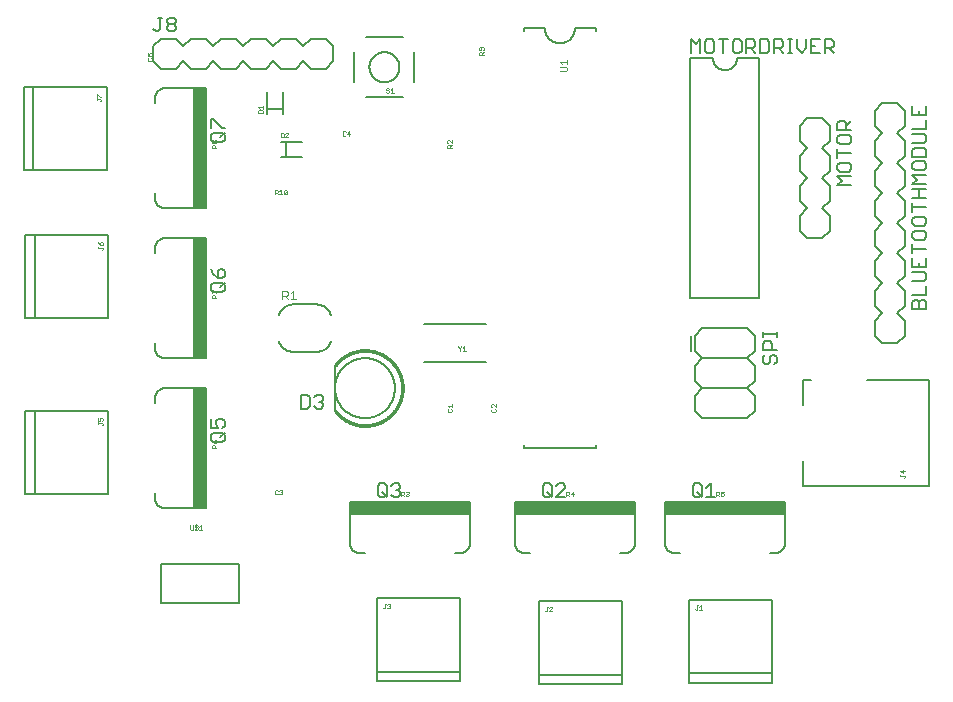
<source format=gto>
G75*
%MOIN*%
%OFA0B0*%
%FSLAX25Y25*%
%IPPOS*%
%LPD*%
%AMOC8*
5,1,8,0,0,1.08239X$1,22.5*
%
%ADD10C,0.00800*%
%ADD11C,0.00500*%
%ADD12C,0.00100*%
%ADD13C,0.00600*%
%ADD14R,0.40000X0.04000*%
%ADD15R,0.04000X0.40000*%
%ADD16C,0.00300*%
%ADD17C,0.00200*%
D10*
X0047173Y0028573D02*
X0047173Y0041573D01*
X0072973Y0041573D01*
X0072973Y0028573D01*
X0047173Y0028573D01*
X0048573Y0060073D02*
X0058073Y0060073D01*
X0062073Y0060073D01*
X0062073Y0100073D01*
X0058073Y0100073D01*
X0058073Y0060073D01*
X0048573Y0060073D02*
X0048458Y0060072D01*
X0048343Y0060075D01*
X0048228Y0060082D01*
X0048113Y0060093D01*
X0047999Y0060108D01*
X0047885Y0060126D01*
X0047772Y0060148D01*
X0047659Y0060174D01*
X0047548Y0060204D01*
X0047438Y0060238D01*
X0047328Y0060275D01*
X0047221Y0060316D01*
X0047114Y0060361D01*
X0047010Y0060409D01*
X0046906Y0060461D01*
X0046805Y0060516D01*
X0046706Y0060575D01*
X0046608Y0060636D01*
X0046513Y0060702D01*
X0046420Y0060770D01*
X0046330Y0060841D01*
X0046242Y0060916D01*
X0046156Y0060993D01*
X0046073Y0061073D01*
X0045993Y0061156D01*
X0045916Y0061242D01*
X0045841Y0061330D01*
X0045770Y0061420D01*
X0045702Y0061513D01*
X0045636Y0061608D01*
X0045575Y0061706D01*
X0045516Y0061805D01*
X0045461Y0061906D01*
X0045409Y0062010D01*
X0045361Y0062114D01*
X0045316Y0062221D01*
X0045275Y0062328D01*
X0045238Y0062438D01*
X0045204Y0062548D01*
X0045174Y0062659D01*
X0045148Y0062772D01*
X0045126Y0062885D01*
X0045108Y0062999D01*
X0045093Y0063113D01*
X0045082Y0063228D01*
X0045075Y0063343D01*
X0045072Y0063458D01*
X0045073Y0063573D01*
X0045073Y0065073D01*
X0029459Y0064904D02*
X0005050Y0064904D01*
X0005050Y0092463D01*
X0029459Y0092463D01*
X0029459Y0064904D01*
X0005050Y0064904D02*
X0001900Y0064904D01*
X0001900Y0092463D01*
X0005050Y0092463D01*
X0005050Y0123404D02*
X0001900Y0123404D01*
X0001900Y0150963D01*
X0005050Y0150963D01*
X0005050Y0123404D01*
X0029459Y0123404D01*
X0029459Y0150963D01*
X0005050Y0150963D01*
X0004550Y0172904D02*
X0001400Y0172904D01*
X0001400Y0200463D01*
X0004550Y0200463D01*
X0004550Y0172904D01*
X0028959Y0172904D01*
X0028959Y0200463D01*
X0004550Y0200463D01*
X0044573Y0209073D02*
X0047073Y0206573D01*
X0052073Y0206573D01*
X0054573Y0209073D01*
X0057073Y0206573D01*
X0062073Y0206573D01*
X0064573Y0209073D01*
X0067073Y0206573D01*
X0072073Y0206573D01*
X0074573Y0209073D01*
X0077073Y0206573D01*
X0082073Y0206573D01*
X0084573Y0209073D01*
X0087073Y0206573D01*
X0092073Y0206573D01*
X0094573Y0209073D01*
X0097073Y0206573D01*
X0102073Y0206573D01*
X0104573Y0209073D01*
X0104573Y0214073D01*
X0102073Y0216573D01*
X0097073Y0216573D01*
X0094573Y0214073D01*
X0092073Y0216573D01*
X0087073Y0216573D01*
X0084573Y0214073D01*
X0082073Y0216573D01*
X0077073Y0216573D01*
X0074573Y0214073D01*
X0072073Y0216573D01*
X0067073Y0216573D01*
X0064573Y0214073D01*
X0062073Y0216573D01*
X0057073Y0216573D01*
X0054573Y0214073D01*
X0052073Y0216573D01*
X0047073Y0216573D01*
X0044573Y0214073D01*
X0044573Y0209073D01*
X0048573Y0200073D02*
X0058073Y0200073D01*
X0062073Y0200073D01*
X0062073Y0160073D01*
X0058073Y0160073D01*
X0058073Y0200073D01*
X0048573Y0200074D02*
X0048458Y0200075D01*
X0048343Y0200072D01*
X0048228Y0200065D01*
X0048113Y0200054D01*
X0047999Y0200039D01*
X0047885Y0200021D01*
X0047772Y0199999D01*
X0047659Y0199973D01*
X0047548Y0199943D01*
X0047438Y0199909D01*
X0047328Y0199872D01*
X0047221Y0199831D01*
X0047114Y0199786D01*
X0047010Y0199738D01*
X0046906Y0199686D01*
X0046805Y0199631D01*
X0046706Y0199572D01*
X0046608Y0199511D01*
X0046513Y0199445D01*
X0046420Y0199377D01*
X0046330Y0199306D01*
X0046242Y0199231D01*
X0046156Y0199154D01*
X0046073Y0199074D01*
X0045993Y0198991D01*
X0045916Y0198905D01*
X0045841Y0198817D01*
X0045770Y0198727D01*
X0045702Y0198634D01*
X0045636Y0198539D01*
X0045575Y0198441D01*
X0045516Y0198342D01*
X0045461Y0198241D01*
X0045409Y0198137D01*
X0045361Y0198033D01*
X0045316Y0197926D01*
X0045275Y0197819D01*
X0045238Y0197709D01*
X0045204Y0197599D01*
X0045174Y0197488D01*
X0045148Y0197375D01*
X0045126Y0197262D01*
X0045108Y0197148D01*
X0045093Y0197034D01*
X0045082Y0196919D01*
X0045075Y0196804D01*
X0045072Y0196689D01*
X0045073Y0196574D01*
X0045073Y0196573D02*
X0045073Y0195073D01*
X0082514Y0193105D02*
X0082514Y0191530D01*
X0082514Y0193105D02*
X0087632Y0193105D01*
X0087632Y0198617D01*
X0082514Y0198617D02*
X0082514Y0193105D01*
X0087632Y0193105D02*
X0087632Y0191530D01*
X0087030Y0182132D02*
X0088605Y0182132D01*
X0088605Y0177014D01*
X0094117Y0177014D01*
X0094117Y0182132D02*
X0088605Y0182132D01*
X0088605Y0177014D02*
X0087030Y0177014D01*
X0058073Y0160073D02*
X0048573Y0160073D01*
X0048458Y0160072D01*
X0048343Y0160075D01*
X0048228Y0160082D01*
X0048113Y0160093D01*
X0047999Y0160108D01*
X0047885Y0160126D01*
X0047772Y0160148D01*
X0047659Y0160174D01*
X0047548Y0160204D01*
X0047438Y0160238D01*
X0047328Y0160275D01*
X0047221Y0160316D01*
X0047114Y0160361D01*
X0047010Y0160409D01*
X0046906Y0160461D01*
X0046805Y0160516D01*
X0046706Y0160575D01*
X0046608Y0160636D01*
X0046513Y0160702D01*
X0046420Y0160770D01*
X0046330Y0160841D01*
X0046242Y0160916D01*
X0046156Y0160993D01*
X0046073Y0161073D01*
X0045993Y0161156D01*
X0045916Y0161242D01*
X0045841Y0161330D01*
X0045770Y0161420D01*
X0045702Y0161513D01*
X0045636Y0161608D01*
X0045575Y0161706D01*
X0045516Y0161805D01*
X0045461Y0161906D01*
X0045409Y0162010D01*
X0045361Y0162114D01*
X0045316Y0162221D01*
X0045275Y0162328D01*
X0045238Y0162438D01*
X0045204Y0162548D01*
X0045174Y0162659D01*
X0045148Y0162772D01*
X0045126Y0162885D01*
X0045108Y0162999D01*
X0045093Y0163113D01*
X0045082Y0163228D01*
X0045075Y0163343D01*
X0045072Y0163458D01*
X0045073Y0163573D01*
X0045073Y0165073D01*
X0048573Y0150073D02*
X0058073Y0150073D01*
X0062073Y0150073D01*
X0062073Y0110073D01*
X0058073Y0110073D01*
X0058073Y0150073D01*
X0048573Y0150074D02*
X0048458Y0150075D01*
X0048343Y0150072D01*
X0048228Y0150065D01*
X0048113Y0150054D01*
X0047999Y0150039D01*
X0047885Y0150021D01*
X0047772Y0149999D01*
X0047659Y0149973D01*
X0047548Y0149943D01*
X0047438Y0149909D01*
X0047328Y0149872D01*
X0047221Y0149831D01*
X0047114Y0149786D01*
X0047010Y0149738D01*
X0046906Y0149686D01*
X0046805Y0149631D01*
X0046706Y0149572D01*
X0046608Y0149511D01*
X0046513Y0149445D01*
X0046420Y0149377D01*
X0046330Y0149306D01*
X0046242Y0149231D01*
X0046156Y0149154D01*
X0046073Y0149074D01*
X0045993Y0148991D01*
X0045916Y0148905D01*
X0045841Y0148817D01*
X0045770Y0148727D01*
X0045702Y0148634D01*
X0045636Y0148539D01*
X0045575Y0148441D01*
X0045516Y0148342D01*
X0045461Y0148241D01*
X0045409Y0148137D01*
X0045361Y0148033D01*
X0045316Y0147926D01*
X0045275Y0147819D01*
X0045238Y0147709D01*
X0045204Y0147599D01*
X0045174Y0147488D01*
X0045148Y0147375D01*
X0045126Y0147262D01*
X0045108Y0147148D01*
X0045093Y0147034D01*
X0045082Y0146919D01*
X0045075Y0146804D01*
X0045072Y0146689D01*
X0045073Y0146574D01*
X0045073Y0146573D02*
X0045073Y0145073D01*
X0045073Y0115073D02*
X0045073Y0113573D01*
X0045072Y0113458D01*
X0045075Y0113343D01*
X0045082Y0113228D01*
X0045093Y0113113D01*
X0045108Y0112999D01*
X0045126Y0112885D01*
X0045148Y0112772D01*
X0045174Y0112659D01*
X0045204Y0112548D01*
X0045238Y0112438D01*
X0045275Y0112328D01*
X0045316Y0112221D01*
X0045361Y0112114D01*
X0045409Y0112010D01*
X0045461Y0111906D01*
X0045516Y0111805D01*
X0045575Y0111706D01*
X0045636Y0111608D01*
X0045702Y0111513D01*
X0045770Y0111420D01*
X0045841Y0111330D01*
X0045916Y0111242D01*
X0045993Y0111156D01*
X0046073Y0111073D01*
X0046156Y0110993D01*
X0046242Y0110916D01*
X0046330Y0110841D01*
X0046420Y0110770D01*
X0046513Y0110702D01*
X0046608Y0110636D01*
X0046706Y0110575D01*
X0046805Y0110516D01*
X0046906Y0110461D01*
X0047010Y0110409D01*
X0047114Y0110361D01*
X0047221Y0110316D01*
X0047328Y0110275D01*
X0047438Y0110238D01*
X0047548Y0110204D01*
X0047659Y0110174D01*
X0047772Y0110148D01*
X0047885Y0110126D01*
X0047999Y0110108D01*
X0048113Y0110093D01*
X0048228Y0110082D01*
X0048343Y0110075D01*
X0048458Y0110072D01*
X0048573Y0110073D01*
X0058073Y0110073D01*
X0058073Y0100073D02*
X0048573Y0100073D01*
X0048573Y0100074D02*
X0048458Y0100075D01*
X0048343Y0100072D01*
X0048228Y0100065D01*
X0048113Y0100054D01*
X0047999Y0100039D01*
X0047885Y0100021D01*
X0047772Y0099999D01*
X0047659Y0099973D01*
X0047548Y0099943D01*
X0047438Y0099909D01*
X0047328Y0099872D01*
X0047221Y0099831D01*
X0047114Y0099786D01*
X0047010Y0099738D01*
X0046906Y0099686D01*
X0046805Y0099631D01*
X0046706Y0099572D01*
X0046608Y0099511D01*
X0046513Y0099445D01*
X0046420Y0099377D01*
X0046330Y0099306D01*
X0046242Y0099231D01*
X0046156Y0099154D01*
X0046073Y0099074D01*
X0045993Y0098991D01*
X0045916Y0098905D01*
X0045841Y0098817D01*
X0045770Y0098727D01*
X0045702Y0098634D01*
X0045636Y0098539D01*
X0045575Y0098441D01*
X0045516Y0098342D01*
X0045461Y0098241D01*
X0045409Y0098137D01*
X0045361Y0098033D01*
X0045316Y0097926D01*
X0045275Y0097819D01*
X0045238Y0097709D01*
X0045204Y0097599D01*
X0045174Y0097488D01*
X0045148Y0097375D01*
X0045126Y0097262D01*
X0045108Y0097148D01*
X0045093Y0097034D01*
X0045082Y0096919D01*
X0045075Y0096804D01*
X0045072Y0096689D01*
X0045073Y0096574D01*
X0045073Y0096573D02*
X0045073Y0095073D01*
X0091136Y0112199D02*
X0099010Y0112199D01*
X0099011Y0112199D02*
X0099149Y0112200D01*
X0099288Y0112205D01*
X0099426Y0112215D01*
X0099564Y0112228D01*
X0099702Y0112244D01*
X0099839Y0112265D01*
X0099976Y0112290D01*
X0100112Y0112318D01*
X0100247Y0112350D01*
X0100381Y0112386D01*
X0100513Y0112426D01*
X0100645Y0112470D01*
X0100776Y0112517D01*
X0100905Y0112568D01*
X0101032Y0112622D01*
X0101158Y0112680D01*
X0101283Y0112742D01*
X0101405Y0112807D01*
X0101526Y0112875D01*
X0101645Y0112947D01*
X0101761Y0113022D01*
X0101876Y0113101D01*
X0101988Y0113182D01*
X0102098Y0113267D01*
X0102205Y0113355D01*
X0102310Y0113445D01*
X0102412Y0113539D01*
X0102512Y0113636D01*
X0102609Y0113735D01*
X0102703Y0113837D01*
X0102794Y0113941D01*
X0102882Y0114049D01*
X0102967Y0114158D01*
X0103049Y0114270D01*
X0103128Y0114384D01*
X0103204Y0114501D01*
X0103276Y0114619D01*
X0103345Y0114739D01*
X0103410Y0114862D01*
X0103472Y0114986D01*
X0103531Y0115112D01*
X0103586Y0115239D01*
X0103637Y0115368D01*
X0103685Y0115498D01*
X0103729Y0115630D01*
X0103729Y0124516D02*
X0103685Y0124648D01*
X0103637Y0124778D01*
X0103586Y0124907D01*
X0103531Y0125034D01*
X0103472Y0125160D01*
X0103410Y0125284D01*
X0103345Y0125407D01*
X0103276Y0125527D01*
X0103204Y0125645D01*
X0103128Y0125762D01*
X0103049Y0125876D01*
X0102967Y0125988D01*
X0102882Y0126097D01*
X0102794Y0126205D01*
X0102703Y0126309D01*
X0102609Y0126411D01*
X0102512Y0126510D01*
X0102412Y0126607D01*
X0102310Y0126701D01*
X0102205Y0126791D01*
X0102098Y0126879D01*
X0101988Y0126964D01*
X0101876Y0127045D01*
X0101761Y0127124D01*
X0101645Y0127199D01*
X0101526Y0127271D01*
X0101405Y0127339D01*
X0101283Y0127404D01*
X0101158Y0127466D01*
X0101032Y0127524D01*
X0100905Y0127578D01*
X0100776Y0127629D01*
X0100645Y0127676D01*
X0100513Y0127720D01*
X0100381Y0127760D01*
X0100247Y0127796D01*
X0100112Y0127828D01*
X0099976Y0127856D01*
X0099839Y0127881D01*
X0099702Y0127902D01*
X0099564Y0127918D01*
X0099426Y0127931D01*
X0099288Y0127941D01*
X0099149Y0127946D01*
X0099011Y0127947D01*
X0099010Y0127947D02*
X0091136Y0127947D01*
X0090998Y0127946D01*
X0090859Y0127941D01*
X0090721Y0127931D01*
X0090583Y0127918D01*
X0090445Y0127902D01*
X0090308Y0127881D01*
X0090171Y0127856D01*
X0090035Y0127828D01*
X0089900Y0127796D01*
X0089766Y0127760D01*
X0089634Y0127720D01*
X0089502Y0127676D01*
X0089371Y0127629D01*
X0089242Y0127578D01*
X0089115Y0127524D01*
X0088989Y0127466D01*
X0088864Y0127404D01*
X0088742Y0127339D01*
X0088621Y0127271D01*
X0088502Y0127199D01*
X0088386Y0127124D01*
X0088271Y0127045D01*
X0088159Y0126964D01*
X0088049Y0126879D01*
X0087942Y0126791D01*
X0087837Y0126701D01*
X0087735Y0126607D01*
X0087635Y0126510D01*
X0087538Y0126411D01*
X0087444Y0126309D01*
X0087353Y0126205D01*
X0087265Y0126097D01*
X0087180Y0125988D01*
X0087098Y0125876D01*
X0087019Y0125762D01*
X0086943Y0125645D01*
X0086871Y0125527D01*
X0086802Y0125407D01*
X0086737Y0125284D01*
X0086675Y0125160D01*
X0086616Y0125034D01*
X0086561Y0124907D01*
X0086510Y0124778D01*
X0086462Y0124648D01*
X0086418Y0124516D01*
X0086418Y0115630D02*
X0086462Y0115498D01*
X0086510Y0115368D01*
X0086561Y0115239D01*
X0086616Y0115112D01*
X0086675Y0114986D01*
X0086737Y0114862D01*
X0086802Y0114739D01*
X0086871Y0114619D01*
X0086943Y0114501D01*
X0087019Y0114384D01*
X0087098Y0114270D01*
X0087180Y0114158D01*
X0087265Y0114049D01*
X0087353Y0113941D01*
X0087444Y0113837D01*
X0087538Y0113735D01*
X0087635Y0113636D01*
X0087735Y0113539D01*
X0087837Y0113445D01*
X0087942Y0113355D01*
X0088049Y0113267D01*
X0088159Y0113182D01*
X0088271Y0113101D01*
X0088386Y0113022D01*
X0088502Y0112947D01*
X0088621Y0112875D01*
X0088742Y0112807D01*
X0088864Y0112742D01*
X0088989Y0112680D01*
X0089115Y0112622D01*
X0089242Y0112568D01*
X0089371Y0112517D01*
X0089502Y0112470D01*
X0089634Y0112426D01*
X0089766Y0112386D01*
X0089900Y0112350D01*
X0090035Y0112318D01*
X0090171Y0112290D01*
X0090308Y0112265D01*
X0090445Y0112244D01*
X0090583Y0112228D01*
X0090721Y0112215D01*
X0090859Y0112205D01*
X0090998Y0112200D01*
X0091136Y0112199D01*
X0105073Y0107573D02*
X0105073Y0092573D01*
X0110073Y0062073D02*
X0150073Y0062073D01*
X0150073Y0058073D01*
X0110073Y0058073D01*
X0110073Y0062073D01*
X0110073Y0058073D02*
X0110073Y0048573D01*
X0110072Y0048458D01*
X0110075Y0048343D01*
X0110082Y0048228D01*
X0110093Y0048113D01*
X0110108Y0047999D01*
X0110126Y0047885D01*
X0110148Y0047772D01*
X0110174Y0047659D01*
X0110204Y0047548D01*
X0110238Y0047438D01*
X0110275Y0047328D01*
X0110316Y0047221D01*
X0110361Y0047114D01*
X0110409Y0047010D01*
X0110461Y0046906D01*
X0110516Y0046805D01*
X0110575Y0046706D01*
X0110636Y0046608D01*
X0110702Y0046513D01*
X0110770Y0046420D01*
X0110841Y0046330D01*
X0110916Y0046242D01*
X0110993Y0046156D01*
X0111073Y0046073D01*
X0111156Y0045993D01*
X0111242Y0045916D01*
X0111330Y0045841D01*
X0111420Y0045770D01*
X0111513Y0045702D01*
X0111608Y0045636D01*
X0111706Y0045575D01*
X0111805Y0045516D01*
X0111906Y0045461D01*
X0112010Y0045409D01*
X0112114Y0045361D01*
X0112221Y0045316D01*
X0112328Y0045275D01*
X0112438Y0045238D01*
X0112548Y0045204D01*
X0112659Y0045174D01*
X0112772Y0045148D01*
X0112885Y0045126D01*
X0112999Y0045108D01*
X0113113Y0045093D01*
X0113228Y0045082D01*
X0113343Y0045075D01*
X0113458Y0045072D01*
X0113573Y0045073D01*
X0115073Y0045073D01*
X0119183Y0029959D02*
X0119183Y0005550D01*
X0146743Y0005550D01*
X0146743Y0002400D01*
X0119183Y0002400D01*
X0119183Y0005550D01*
X0146743Y0005550D02*
X0146743Y0029959D01*
X0119183Y0029959D01*
X0145073Y0045073D02*
X0146573Y0045073D01*
X0146574Y0045073D02*
X0146689Y0045072D01*
X0146804Y0045075D01*
X0146919Y0045082D01*
X0147034Y0045093D01*
X0147148Y0045108D01*
X0147262Y0045126D01*
X0147375Y0045148D01*
X0147488Y0045174D01*
X0147599Y0045204D01*
X0147709Y0045238D01*
X0147819Y0045275D01*
X0147926Y0045316D01*
X0148033Y0045361D01*
X0148137Y0045409D01*
X0148241Y0045461D01*
X0148342Y0045516D01*
X0148441Y0045575D01*
X0148539Y0045636D01*
X0148634Y0045702D01*
X0148727Y0045770D01*
X0148817Y0045841D01*
X0148905Y0045916D01*
X0148991Y0045993D01*
X0149074Y0046073D01*
X0149154Y0046156D01*
X0149231Y0046242D01*
X0149306Y0046330D01*
X0149377Y0046420D01*
X0149445Y0046513D01*
X0149511Y0046608D01*
X0149572Y0046706D01*
X0149631Y0046805D01*
X0149686Y0046906D01*
X0149738Y0047010D01*
X0149786Y0047114D01*
X0149831Y0047221D01*
X0149872Y0047328D01*
X0149909Y0047438D01*
X0149943Y0047548D01*
X0149973Y0047659D01*
X0149999Y0047772D01*
X0150021Y0047885D01*
X0150039Y0047999D01*
X0150054Y0048113D01*
X0150065Y0048228D01*
X0150072Y0048343D01*
X0150075Y0048458D01*
X0150074Y0048573D01*
X0150073Y0048573D02*
X0150073Y0058073D01*
X0165073Y0058073D02*
X0165073Y0048573D01*
X0165072Y0048458D01*
X0165075Y0048343D01*
X0165082Y0048228D01*
X0165093Y0048113D01*
X0165108Y0047999D01*
X0165126Y0047885D01*
X0165148Y0047772D01*
X0165174Y0047659D01*
X0165204Y0047548D01*
X0165238Y0047438D01*
X0165275Y0047328D01*
X0165316Y0047221D01*
X0165361Y0047114D01*
X0165409Y0047010D01*
X0165461Y0046906D01*
X0165516Y0046805D01*
X0165575Y0046706D01*
X0165636Y0046608D01*
X0165702Y0046513D01*
X0165770Y0046420D01*
X0165841Y0046330D01*
X0165916Y0046242D01*
X0165993Y0046156D01*
X0166073Y0046073D01*
X0166156Y0045993D01*
X0166242Y0045916D01*
X0166330Y0045841D01*
X0166420Y0045770D01*
X0166513Y0045702D01*
X0166608Y0045636D01*
X0166706Y0045575D01*
X0166805Y0045516D01*
X0166906Y0045461D01*
X0167010Y0045409D01*
X0167114Y0045361D01*
X0167221Y0045316D01*
X0167328Y0045275D01*
X0167438Y0045238D01*
X0167548Y0045204D01*
X0167659Y0045174D01*
X0167772Y0045148D01*
X0167885Y0045126D01*
X0167999Y0045108D01*
X0168113Y0045093D01*
X0168228Y0045082D01*
X0168343Y0045075D01*
X0168458Y0045072D01*
X0168573Y0045073D01*
X0170073Y0045073D01*
X0165073Y0058073D02*
X0165073Y0062073D01*
X0205073Y0062073D01*
X0205073Y0058073D01*
X0165073Y0058073D01*
X0168073Y0080073D02*
X0168073Y0081073D01*
X0168073Y0080073D02*
X0192073Y0080073D01*
X0192073Y0081073D01*
X0215073Y0062073D02*
X0255073Y0062073D01*
X0255073Y0058073D01*
X0215073Y0058073D01*
X0215073Y0062073D01*
X0215073Y0058073D02*
X0215073Y0048573D01*
X0215072Y0048458D01*
X0215075Y0048343D01*
X0215082Y0048228D01*
X0215093Y0048113D01*
X0215108Y0047999D01*
X0215126Y0047885D01*
X0215148Y0047772D01*
X0215174Y0047659D01*
X0215204Y0047548D01*
X0215238Y0047438D01*
X0215275Y0047328D01*
X0215316Y0047221D01*
X0215361Y0047114D01*
X0215409Y0047010D01*
X0215461Y0046906D01*
X0215516Y0046805D01*
X0215575Y0046706D01*
X0215636Y0046608D01*
X0215702Y0046513D01*
X0215770Y0046420D01*
X0215841Y0046330D01*
X0215916Y0046242D01*
X0215993Y0046156D01*
X0216073Y0046073D01*
X0216156Y0045993D01*
X0216242Y0045916D01*
X0216330Y0045841D01*
X0216420Y0045770D01*
X0216513Y0045702D01*
X0216608Y0045636D01*
X0216706Y0045575D01*
X0216805Y0045516D01*
X0216906Y0045461D01*
X0217010Y0045409D01*
X0217114Y0045361D01*
X0217221Y0045316D01*
X0217328Y0045275D01*
X0217438Y0045238D01*
X0217548Y0045204D01*
X0217659Y0045174D01*
X0217772Y0045148D01*
X0217885Y0045126D01*
X0217999Y0045108D01*
X0218113Y0045093D01*
X0218228Y0045082D01*
X0218343Y0045075D01*
X0218458Y0045072D01*
X0218573Y0045073D01*
X0220073Y0045073D01*
X0205073Y0048573D02*
X0205073Y0058073D01*
X0205074Y0048573D02*
X0205075Y0048458D01*
X0205072Y0048343D01*
X0205065Y0048228D01*
X0205054Y0048113D01*
X0205039Y0047999D01*
X0205021Y0047885D01*
X0204999Y0047772D01*
X0204973Y0047659D01*
X0204943Y0047548D01*
X0204909Y0047438D01*
X0204872Y0047328D01*
X0204831Y0047221D01*
X0204786Y0047114D01*
X0204738Y0047010D01*
X0204686Y0046906D01*
X0204631Y0046805D01*
X0204572Y0046706D01*
X0204511Y0046608D01*
X0204445Y0046513D01*
X0204377Y0046420D01*
X0204306Y0046330D01*
X0204231Y0046242D01*
X0204154Y0046156D01*
X0204074Y0046073D01*
X0203991Y0045993D01*
X0203905Y0045916D01*
X0203817Y0045841D01*
X0203727Y0045770D01*
X0203634Y0045702D01*
X0203539Y0045636D01*
X0203441Y0045575D01*
X0203342Y0045516D01*
X0203241Y0045461D01*
X0203137Y0045409D01*
X0203033Y0045361D01*
X0202926Y0045316D01*
X0202819Y0045275D01*
X0202709Y0045238D01*
X0202599Y0045204D01*
X0202488Y0045174D01*
X0202375Y0045148D01*
X0202262Y0045126D01*
X0202148Y0045108D01*
X0202034Y0045093D01*
X0201919Y0045082D01*
X0201804Y0045075D01*
X0201689Y0045072D01*
X0201574Y0045073D01*
X0201573Y0045073D02*
X0200073Y0045073D01*
X0200743Y0028959D02*
X0200743Y0004550D01*
X0173183Y0004550D01*
X0173183Y0028959D01*
X0200743Y0028959D01*
X0223183Y0029459D02*
X0223183Y0005050D01*
X0250743Y0005050D01*
X0250743Y0001900D01*
X0223183Y0001900D01*
X0223183Y0005050D01*
X0200743Y0004550D02*
X0200743Y0001400D01*
X0173183Y0001400D01*
X0173183Y0004550D01*
X0223183Y0029459D02*
X0250743Y0029459D01*
X0250743Y0005050D01*
X0250073Y0045073D02*
X0251573Y0045073D01*
X0251574Y0045073D02*
X0251689Y0045072D01*
X0251804Y0045075D01*
X0251919Y0045082D01*
X0252034Y0045093D01*
X0252148Y0045108D01*
X0252262Y0045126D01*
X0252375Y0045148D01*
X0252488Y0045174D01*
X0252599Y0045204D01*
X0252709Y0045238D01*
X0252819Y0045275D01*
X0252926Y0045316D01*
X0253033Y0045361D01*
X0253137Y0045409D01*
X0253241Y0045461D01*
X0253342Y0045516D01*
X0253441Y0045575D01*
X0253539Y0045636D01*
X0253634Y0045702D01*
X0253727Y0045770D01*
X0253817Y0045841D01*
X0253905Y0045916D01*
X0253991Y0045993D01*
X0254074Y0046073D01*
X0254154Y0046156D01*
X0254231Y0046242D01*
X0254306Y0046330D01*
X0254377Y0046420D01*
X0254445Y0046513D01*
X0254511Y0046608D01*
X0254572Y0046706D01*
X0254631Y0046805D01*
X0254686Y0046906D01*
X0254738Y0047010D01*
X0254786Y0047114D01*
X0254831Y0047221D01*
X0254872Y0047328D01*
X0254909Y0047438D01*
X0254943Y0047548D01*
X0254973Y0047659D01*
X0254999Y0047772D01*
X0255021Y0047885D01*
X0255039Y0047999D01*
X0255054Y0048113D01*
X0255065Y0048228D01*
X0255072Y0048343D01*
X0255075Y0048458D01*
X0255074Y0048573D01*
X0255073Y0048573D02*
X0255073Y0058073D01*
X0261136Y0067357D02*
X0261136Y0075624D01*
X0261136Y0067357D02*
X0303262Y0067357D01*
X0303262Y0102790D01*
X0282396Y0102790D01*
X0287573Y0115073D02*
X0285073Y0117573D01*
X0285073Y0122573D01*
X0287573Y0125073D01*
X0285073Y0127573D01*
X0285073Y0132573D01*
X0287573Y0135073D01*
X0285073Y0137573D01*
X0285073Y0142573D01*
X0287573Y0145073D01*
X0285073Y0147573D01*
X0285073Y0152573D01*
X0287573Y0155073D01*
X0285073Y0157573D01*
X0285073Y0162573D01*
X0287573Y0165073D01*
X0285073Y0167573D01*
X0285073Y0172573D01*
X0287573Y0175073D01*
X0285073Y0177573D01*
X0285073Y0182573D01*
X0287573Y0185073D01*
X0285073Y0187573D01*
X0285073Y0192573D01*
X0287573Y0195073D01*
X0292573Y0195073D01*
X0295073Y0192573D01*
X0295073Y0187573D01*
X0292573Y0185073D01*
X0295073Y0182573D01*
X0295073Y0177573D01*
X0292573Y0175073D01*
X0295073Y0172573D01*
X0295073Y0167573D01*
X0292573Y0165073D01*
X0295073Y0162573D01*
X0295073Y0157573D01*
X0292573Y0155073D01*
X0295073Y0152573D01*
X0295073Y0147573D01*
X0292573Y0145073D01*
X0295073Y0142573D01*
X0295073Y0137573D01*
X0292573Y0135073D01*
X0295073Y0132573D01*
X0295073Y0127573D01*
X0292573Y0125073D01*
X0295073Y0122573D01*
X0295073Y0117573D01*
X0292573Y0115073D01*
X0287573Y0115073D01*
X0263892Y0102790D02*
X0261136Y0102790D01*
X0261136Y0094522D01*
X0245073Y0092573D02*
X0242573Y0090073D01*
X0227573Y0090073D01*
X0225073Y0092573D01*
X0225073Y0097573D01*
X0227573Y0100073D01*
X0242573Y0100073D01*
X0245073Y0097573D01*
X0245073Y0092573D01*
X0242573Y0100073D02*
X0245073Y0102573D01*
X0245073Y0107573D01*
X0242573Y0110073D01*
X0227573Y0110073D01*
X0225073Y0107573D01*
X0225073Y0102573D01*
X0227573Y0100073D01*
X0227573Y0110073D02*
X0225073Y0112573D01*
X0225073Y0117573D01*
X0227573Y0120073D01*
X0242573Y0120073D01*
X0245073Y0117573D01*
X0245073Y0112573D01*
X0242573Y0110073D01*
X0223754Y0112573D02*
X0223754Y0117573D01*
X0260073Y0152573D02*
X0262573Y0150073D01*
X0267573Y0150073D01*
X0270073Y0152573D01*
X0270073Y0157573D01*
X0267573Y0160073D01*
X0270073Y0162573D01*
X0270073Y0167573D01*
X0267573Y0170073D01*
X0270073Y0172573D01*
X0270073Y0177573D01*
X0267573Y0180073D01*
X0270073Y0182573D01*
X0270073Y0187573D01*
X0267573Y0190073D01*
X0262573Y0190073D01*
X0260073Y0187573D01*
X0260073Y0182573D01*
X0262573Y0180073D01*
X0260073Y0177573D01*
X0260073Y0172573D01*
X0262573Y0170073D01*
X0260073Y0167573D01*
X0260073Y0162573D01*
X0262573Y0160073D01*
X0260073Y0157573D01*
X0260073Y0152573D01*
X0192073Y0219073D02*
X0192073Y0220073D01*
X0185073Y0220073D01*
X0185071Y0219933D01*
X0185065Y0219793D01*
X0185055Y0219653D01*
X0185042Y0219513D01*
X0185024Y0219374D01*
X0185002Y0219235D01*
X0184977Y0219098D01*
X0184948Y0218960D01*
X0184915Y0218824D01*
X0184878Y0218689D01*
X0184837Y0218555D01*
X0184792Y0218422D01*
X0184744Y0218290D01*
X0184692Y0218160D01*
X0184637Y0218031D01*
X0184578Y0217904D01*
X0184515Y0217778D01*
X0184449Y0217654D01*
X0184380Y0217533D01*
X0184307Y0217413D01*
X0184230Y0217295D01*
X0184151Y0217180D01*
X0184068Y0217066D01*
X0183982Y0216956D01*
X0183893Y0216847D01*
X0183801Y0216741D01*
X0183706Y0216638D01*
X0183609Y0216537D01*
X0183508Y0216440D01*
X0183405Y0216345D01*
X0183299Y0216253D01*
X0183190Y0216164D01*
X0183080Y0216078D01*
X0182966Y0215995D01*
X0182851Y0215916D01*
X0182733Y0215839D01*
X0182613Y0215766D01*
X0182492Y0215697D01*
X0182368Y0215631D01*
X0182242Y0215568D01*
X0182115Y0215509D01*
X0181986Y0215454D01*
X0181856Y0215402D01*
X0181724Y0215354D01*
X0181591Y0215309D01*
X0181457Y0215268D01*
X0181322Y0215231D01*
X0181186Y0215198D01*
X0181048Y0215169D01*
X0180911Y0215144D01*
X0180772Y0215122D01*
X0180633Y0215104D01*
X0180493Y0215091D01*
X0180353Y0215081D01*
X0180213Y0215075D01*
X0180073Y0215073D01*
X0179933Y0215075D01*
X0179793Y0215081D01*
X0179653Y0215091D01*
X0179513Y0215104D01*
X0179374Y0215122D01*
X0179235Y0215144D01*
X0179098Y0215169D01*
X0178960Y0215198D01*
X0178824Y0215231D01*
X0178689Y0215268D01*
X0178555Y0215309D01*
X0178422Y0215354D01*
X0178290Y0215402D01*
X0178160Y0215454D01*
X0178031Y0215509D01*
X0177904Y0215568D01*
X0177778Y0215631D01*
X0177654Y0215697D01*
X0177533Y0215766D01*
X0177413Y0215839D01*
X0177295Y0215916D01*
X0177180Y0215995D01*
X0177066Y0216078D01*
X0176956Y0216164D01*
X0176847Y0216253D01*
X0176741Y0216345D01*
X0176638Y0216440D01*
X0176537Y0216537D01*
X0176440Y0216638D01*
X0176345Y0216741D01*
X0176253Y0216847D01*
X0176164Y0216956D01*
X0176078Y0217066D01*
X0175995Y0217180D01*
X0175916Y0217295D01*
X0175839Y0217413D01*
X0175766Y0217533D01*
X0175697Y0217654D01*
X0175631Y0217778D01*
X0175568Y0217904D01*
X0175509Y0218031D01*
X0175454Y0218160D01*
X0175402Y0218290D01*
X0175354Y0218422D01*
X0175309Y0218555D01*
X0175268Y0218689D01*
X0175231Y0218824D01*
X0175198Y0218960D01*
X0175169Y0219098D01*
X0175144Y0219235D01*
X0175122Y0219374D01*
X0175104Y0219513D01*
X0175091Y0219653D01*
X0175081Y0219793D01*
X0175075Y0219933D01*
X0175073Y0220073D01*
X0168073Y0220073D01*
X0168073Y0219073D01*
X0131573Y0211955D02*
X0131573Y0202073D01*
X0127636Y0197073D02*
X0115510Y0197073D01*
X0111573Y0202191D02*
X0111573Y0211955D01*
X0115510Y0217073D02*
X0127636Y0217073D01*
X0116573Y0207073D02*
X0116575Y0207214D01*
X0116581Y0207355D01*
X0116591Y0207495D01*
X0116605Y0207635D01*
X0116623Y0207775D01*
X0116644Y0207914D01*
X0116670Y0208053D01*
X0116699Y0208191D01*
X0116733Y0208327D01*
X0116770Y0208463D01*
X0116811Y0208598D01*
X0116856Y0208732D01*
X0116905Y0208864D01*
X0116957Y0208995D01*
X0117013Y0209124D01*
X0117073Y0209251D01*
X0117136Y0209377D01*
X0117202Y0209501D01*
X0117273Y0209624D01*
X0117346Y0209744D01*
X0117423Y0209862D01*
X0117503Y0209978D01*
X0117587Y0210091D01*
X0117673Y0210202D01*
X0117763Y0210311D01*
X0117856Y0210417D01*
X0117951Y0210520D01*
X0118050Y0210621D01*
X0118151Y0210719D01*
X0118255Y0210814D01*
X0118362Y0210906D01*
X0118471Y0210995D01*
X0118583Y0211080D01*
X0118697Y0211163D01*
X0118813Y0211243D01*
X0118932Y0211319D01*
X0119053Y0211391D01*
X0119175Y0211461D01*
X0119300Y0211526D01*
X0119426Y0211589D01*
X0119554Y0211647D01*
X0119684Y0211702D01*
X0119815Y0211754D01*
X0119948Y0211801D01*
X0120082Y0211845D01*
X0120217Y0211886D01*
X0120353Y0211922D01*
X0120490Y0211954D01*
X0120628Y0211983D01*
X0120766Y0212008D01*
X0120906Y0212028D01*
X0121046Y0212045D01*
X0121186Y0212058D01*
X0121327Y0212067D01*
X0121467Y0212072D01*
X0121608Y0212073D01*
X0121749Y0212070D01*
X0121890Y0212063D01*
X0122030Y0212052D01*
X0122170Y0212037D01*
X0122310Y0212018D01*
X0122449Y0211996D01*
X0122587Y0211969D01*
X0122725Y0211939D01*
X0122861Y0211904D01*
X0122997Y0211866D01*
X0123131Y0211824D01*
X0123265Y0211778D01*
X0123397Y0211729D01*
X0123527Y0211675D01*
X0123656Y0211618D01*
X0123783Y0211558D01*
X0123909Y0211494D01*
X0124032Y0211426D01*
X0124154Y0211355D01*
X0124274Y0211281D01*
X0124391Y0211203D01*
X0124506Y0211122D01*
X0124619Y0211038D01*
X0124730Y0210951D01*
X0124838Y0210860D01*
X0124943Y0210767D01*
X0125046Y0210670D01*
X0125146Y0210571D01*
X0125243Y0210469D01*
X0125337Y0210364D01*
X0125428Y0210257D01*
X0125516Y0210147D01*
X0125601Y0210035D01*
X0125683Y0209920D01*
X0125762Y0209803D01*
X0125837Y0209684D01*
X0125909Y0209563D01*
X0125977Y0209440D01*
X0126042Y0209315D01*
X0126104Y0209188D01*
X0126161Y0209059D01*
X0126216Y0208929D01*
X0126266Y0208798D01*
X0126313Y0208665D01*
X0126356Y0208531D01*
X0126395Y0208395D01*
X0126430Y0208259D01*
X0126462Y0208122D01*
X0126489Y0207984D01*
X0126513Y0207845D01*
X0126533Y0207705D01*
X0126549Y0207565D01*
X0126561Y0207425D01*
X0126569Y0207284D01*
X0126573Y0207143D01*
X0126573Y0207003D01*
X0126569Y0206862D01*
X0126561Y0206721D01*
X0126549Y0206581D01*
X0126533Y0206441D01*
X0126513Y0206301D01*
X0126489Y0206162D01*
X0126462Y0206024D01*
X0126430Y0205887D01*
X0126395Y0205751D01*
X0126356Y0205615D01*
X0126313Y0205481D01*
X0126266Y0205348D01*
X0126216Y0205217D01*
X0126161Y0205087D01*
X0126104Y0204958D01*
X0126042Y0204831D01*
X0125977Y0204706D01*
X0125909Y0204583D01*
X0125837Y0204462D01*
X0125762Y0204343D01*
X0125683Y0204226D01*
X0125601Y0204111D01*
X0125516Y0203999D01*
X0125428Y0203889D01*
X0125337Y0203782D01*
X0125243Y0203677D01*
X0125146Y0203575D01*
X0125046Y0203476D01*
X0124943Y0203379D01*
X0124838Y0203286D01*
X0124730Y0203195D01*
X0124619Y0203108D01*
X0124506Y0203024D01*
X0124391Y0202943D01*
X0124274Y0202865D01*
X0124154Y0202791D01*
X0124032Y0202720D01*
X0123909Y0202652D01*
X0123783Y0202588D01*
X0123656Y0202528D01*
X0123527Y0202471D01*
X0123397Y0202417D01*
X0123265Y0202368D01*
X0123131Y0202322D01*
X0122997Y0202280D01*
X0122861Y0202242D01*
X0122725Y0202207D01*
X0122587Y0202177D01*
X0122449Y0202150D01*
X0122310Y0202128D01*
X0122170Y0202109D01*
X0122030Y0202094D01*
X0121890Y0202083D01*
X0121749Y0202076D01*
X0121608Y0202073D01*
X0121467Y0202074D01*
X0121327Y0202079D01*
X0121186Y0202088D01*
X0121046Y0202101D01*
X0120906Y0202118D01*
X0120766Y0202138D01*
X0120628Y0202163D01*
X0120490Y0202192D01*
X0120353Y0202224D01*
X0120217Y0202260D01*
X0120082Y0202301D01*
X0119948Y0202345D01*
X0119815Y0202392D01*
X0119684Y0202444D01*
X0119554Y0202499D01*
X0119426Y0202557D01*
X0119300Y0202620D01*
X0119175Y0202685D01*
X0119053Y0202755D01*
X0118932Y0202827D01*
X0118813Y0202903D01*
X0118697Y0202983D01*
X0118583Y0203066D01*
X0118471Y0203151D01*
X0118362Y0203240D01*
X0118255Y0203332D01*
X0118151Y0203427D01*
X0118050Y0203525D01*
X0117951Y0203626D01*
X0117856Y0203729D01*
X0117763Y0203835D01*
X0117673Y0203944D01*
X0117587Y0204055D01*
X0117503Y0204168D01*
X0117423Y0204284D01*
X0117346Y0204402D01*
X0117273Y0204522D01*
X0117202Y0204645D01*
X0117136Y0204769D01*
X0117073Y0204895D01*
X0117013Y0205022D01*
X0116957Y0205151D01*
X0116905Y0205282D01*
X0116856Y0205414D01*
X0116811Y0205548D01*
X0116770Y0205683D01*
X0116733Y0205819D01*
X0116699Y0205955D01*
X0116670Y0206093D01*
X0116644Y0206232D01*
X0116623Y0206371D01*
X0116605Y0206511D01*
X0116591Y0206651D01*
X0116581Y0206791D01*
X0116575Y0206932D01*
X0116573Y0207073D01*
D11*
X0068323Y0186719D02*
X0067573Y0186719D01*
X0064570Y0189722D01*
X0063819Y0189722D01*
X0063819Y0186719D01*
X0064570Y0185118D02*
X0063819Y0184367D01*
X0063819Y0182866D01*
X0064570Y0182115D01*
X0067573Y0182115D01*
X0068323Y0182866D01*
X0068323Y0184367D01*
X0067573Y0185118D01*
X0064570Y0185118D01*
X0066822Y0183617D02*
X0068323Y0185118D01*
X0051379Y0219023D02*
X0049878Y0219023D01*
X0049127Y0219774D01*
X0049127Y0220525D01*
X0049878Y0221275D01*
X0051379Y0221275D01*
X0052130Y0220525D01*
X0052130Y0219774D01*
X0051379Y0219023D01*
X0051379Y0221275D02*
X0052130Y0222026D01*
X0052130Y0222776D01*
X0051379Y0223527D01*
X0049878Y0223527D01*
X0049127Y0222776D01*
X0049127Y0222026D01*
X0049878Y0221275D01*
X0047526Y0223527D02*
X0046025Y0223527D01*
X0046775Y0223527D02*
X0046775Y0219774D01*
X0046025Y0219023D01*
X0045274Y0219023D01*
X0044523Y0219774D01*
X0063819Y0139722D02*
X0064570Y0138221D01*
X0066071Y0136719D01*
X0066071Y0138971D01*
X0066822Y0139722D01*
X0067573Y0139722D01*
X0068323Y0138971D01*
X0068323Y0137470D01*
X0067573Y0136719D01*
X0066071Y0136719D01*
X0064570Y0135118D02*
X0063819Y0134367D01*
X0063819Y0132866D01*
X0064570Y0132115D01*
X0067573Y0132115D01*
X0068323Y0132866D01*
X0068323Y0134367D01*
X0067573Y0135118D01*
X0064570Y0135118D01*
X0066822Y0133617D02*
X0068323Y0135118D01*
X0093615Y0097727D02*
X0095867Y0097727D01*
X0096618Y0096976D01*
X0096618Y0093974D01*
X0095867Y0093223D01*
X0093615Y0093223D01*
X0093615Y0097727D01*
X0098219Y0096976D02*
X0098970Y0097727D01*
X0100471Y0097727D01*
X0101222Y0096976D01*
X0101222Y0096226D01*
X0100471Y0095475D01*
X0101222Y0094725D01*
X0101222Y0093974D01*
X0100471Y0093223D01*
X0098970Y0093223D01*
X0098219Y0093974D01*
X0099721Y0095475D02*
X0100471Y0095475D01*
X0068323Y0088971D02*
X0068323Y0087470D01*
X0067573Y0086719D01*
X0066071Y0086719D02*
X0065321Y0088221D01*
X0065321Y0088971D01*
X0066071Y0089722D01*
X0067573Y0089722D01*
X0068323Y0088971D01*
X0066071Y0086719D02*
X0063819Y0086719D01*
X0063819Y0089722D01*
X0064570Y0085118D02*
X0063819Y0084367D01*
X0063819Y0082866D01*
X0064570Y0082115D01*
X0067573Y0082115D01*
X0068323Y0082866D01*
X0068323Y0084367D01*
X0067573Y0085118D01*
X0064570Y0085118D01*
X0066822Y0083617D02*
X0068323Y0085118D01*
X0119323Y0067576D02*
X0119323Y0064574D01*
X0120074Y0063823D01*
X0121575Y0063823D01*
X0122326Y0064574D01*
X0122326Y0067576D01*
X0121575Y0068327D01*
X0120074Y0068327D01*
X0119323Y0067576D01*
X0120825Y0065325D02*
X0122326Y0063823D01*
X0123927Y0064574D02*
X0124678Y0063823D01*
X0126179Y0063823D01*
X0126930Y0064574D01*
X0126930Y0065325D01*
X0126179Y0066075D01*
X0125428Y0066075D01*
X0126179Y0066075D02*
X0126930Y0066826D01*
X0126930Y0067576D01*
X0126179Y0068327D01*
X0124678Y0068327D01*
X0123927Y0067576D01*
X0174323Y0067576D02*
X0174323Y0064574D01*
X0175074Y0063823D01*
X0176575Y0063823D01*
X0177326Y0064574D01*
X0177326Y0067576D01*
X0176575Y0068327D01*
X0175074Y0068327D01*
X0174323Y0067576D01*
X0175825Y0065325D02*
X0177326Y0063823D01*
X0178927Y0063823D02*
X0181930Y0066826D01*
X0181930Y0067576D01*
X0181179Y0068327D01*
X0179678Y0068327D01*
X0178927Y0067576D01*
X0178927Y0063823D02*
X0181930Y0063823D01*
X0224323Y0064574D02*
X0225074Y0063823D01*
X0226575Y0063823D01*
X0227326Y0064574D01*
X0227326Y0067576D01*
X0226575Y0068327D01*
X0225074Y0068327D01*
X0224323Y0067576D01*
X0224323Y0064574D01*
X0225825Y0065325D02*
X0227326Y0063823D01*
X0228927Y0063823D02*
X0231930Y0063823D01*
X0230428Y0063823D02*
X0230428Y0068327D01*
X0228927Y0066826D01*
X0248570Y0108046D02*
X0249321Y0108046D01*
X0250071Y0108797D01*
X0250071Y0110298D01*
X0250822Y0111049D01*
X0251573Y0111049D01*
X0252323Y0110298D01*
X0252323Y0108797D01*
X0251573Y0108046D01*
X0248570Y0108046D02*
X0247819Y0108797D01*
X0247819Y0110298D01*
X0248570Y0111049D01*
X0247819Y0112650D02*
X0247819Y0114902D01*
X0248570Y0115653D01*
X0250071Y0115653D01*
X0250822Y0114902D01*
X0250822Y0112650D01*
X0252323Y0112650D02*
X0247819Y0112650D01*
X0247819Y0117254D02*
X0247819Y0118755D01*
X0247819Y0118005D02*
X0252323Y0118005D01*
X0252323Y0118755D02*
X0252323Y0117254D01*
X0297519Y0126564D02*
X0297519Y0128816D01*
X0298270Y0129567D01*
X0299021Y0129567D01*
X0299771Y0128816D01*
X0299771Y0126564D01*
X0302023Y0126564D02*
X0297519Y0126564D01*
X0299771Y0128816D02*
X0300522Y0129567D01*
X0301273Y0129567D01*
X0302023Y0128816D01*
X0302023Y0126564D01*
X0302023Y0131168D02*
X0297519Y0131168D01*
X0302023Y0131168D02*
X0302023Y0134171D01*
X0301273Y0135772D02*
X0302023Y0136523D01*
X0302023Y0138024D01*
X0301273Y0138775D01*
X0297519Y0138775D01*
X0297519Y0140376D02*
X0302023Y0140376D01*
X0302023Y0143379D01*
X0299771Y0141877D02*
X0299771Y0140376D01*
X0297519Y0140376D02*
X0297519Y0143379D01*
X0297519Y0144980D02*
X0297519Y0147982D01*
X0297519Y0146481D02*
X0302023Y0146481D01*
X0301273Y0149584D02*
X0298270Y0149584D01*
X0297519Y0150334D01*
X0297519Y0151836D01*
X0298270Y0152586D01*
X0301273Y0152586D01*
X0302023Y0151836D01*
X0302023Y0150334D01*
X0301273Y0149584D01*
X0301273Y0154188D02*
X0298270Y0154188D01*
X0297519Y0154938D01*
X0297519Y0156440D01*
X0298270Y0157190D01*
X0301273Y0157190D01*
X0302023Y0156440D01*
X0302023Y0154938D01*
X0301273Y0154188D01*
X0297519Y0158792D02*
X0297519Y0161794D01*
X0297519Y0160293D02*
X0302023Y0160293D01*
X0302023Y0163396D02*
X0297519Y0163396D01*
X0299771Y0163396D02*
X0299771Y0166398D01*
X0297519Y0166398D02*
X0302023Y0166398D01*
X0302023Y0168000D02*
X0297519Y0168000D01*
X0299021Y0169501D01*
X0297519Y0171002D01*
X0302023Y0171002D01*
X0301273Y0172603D02*
X0302023Y0173354D01*
X0302023Y0174855D01*
X0301273Y0175606D01*
X0298270Y0175606D01*
X0297519Y0174855D01*
X0297519Y0173354D01*
X0298270Y0172603D01*
X0301273Y0172603D01*
X0302023Y0177207D02*
X0297519Y0177207D01*
X0297519Y0179459D01*
X0298270Y0180210D01*
X0301273Y0180210D01*
X0302023Y0179459D01*
X0302023Y0177207D01*
X0301273Y0181811D02*
X0297519Y0181811D01*
X0297519Y0184814D02*
X0301273Y0184814D01*
X0302023Y0184063D01*
X0302023Y0182562D01*
X0301273Y0181811D01*
X0302023Y0186415D02*
X0297519Y0186415D01*
X0302023Y0186415D02*
X0302023Y0189418D01*
X0302023Y0191019D02*
X0302023Y0194022D01*
X0299771Y0192520D02*
X0299771Y0191019D01*
X0297519Y0191019D02*
X0297519Y0194022D01*
X0297519Y0191019D02*
X0302023Y0191019D01*
X0277023Y0189022D02*
X0275522Y0187521D01*
X0275522Y0188271D02*
X0275522Y0186019D01*
X0277023Y0186019D02*
X0272519Y0186019D01*
X0272519Y0188271D01*
X0273270Y0189022D01*
X0274771Y0189022D01*
X0275522Y0188271D01*
X0276273Y0184418D02*
X0273270Y0184418D01*
X0272519Y0183667D01*
X0272519Y0182166D01*
X0273270Y0181415D01*
X0276273Y0181415D01*
X0277023Y0182166D01*
X0277023Y0183667D01*
X0276273Y0184418D01*
X0272519Y0179814D02*
X0272519Y0176811D01*
X0272519Y0178313D02*
X0277023Y0178313D01*
X0276273Y0175210D02*
X0273270Y0175210D01*
X0272519Y0174459D01*
X0272519Y0172958D01*
X0273270Y0172207D01*
X0276273Y0172207D01*
X0277023Y0172958D01*
X0277023Y0174459D01*
X0276273Y0175210D01*
X0277023Y0170606D02*
X0272519Y0170606D01*
X0274021Y0169105D01*
X0272519Y0167604D01*
X0277023Y0167604D01*
X0297519Y0135772D02*
X0301273Y0135772D01*
X0271330Y0211823D02*
X0269829Y0213325D01*
X0270580Y0213325D02*
X0268328Y0213325D01*
X0268328Y0211823D02*
X0268328Y0216327D01*
X0270580Y0216327D01*
X0271330Y0215576D01*
X0271330Y0214075D01*
X0270580Y0213325D01*
X0266726Y0211823D02*
X0263724Y0211823D01*
X0263724Y0216327D01*
X0266726Y0216327D01*
X0265225Y0214075D02*
X0263724Y0214075D01*
X0262123Y0213325D02*
X0260621Y0211823D01*
X0259120Y0213325D01*
X0259120Y0216327D01*
X0257552Y0216327D02*
X0256051Y0216327D01*
X0256801Y0216327D02*
X0256801Y0211823D01*
X0256051Y0211823D02*
X0257552Y0211823D01*
X0254449Y0211823D02*
X0252948Y0213325D01*
X0253699Y0213325D02*
X0251447Y0213325D01*
X0251447Y0211823D02*
X0251447Y0216327D01*
X0253699Y0216327D01*
X0254449Y0215576D01*
X0254449Y0214075D01*
X0253699Y0213325D01*
X0249845Y0212574D02*
X0249845Y0215576D01*
X0249095Y0216327D01*
X0246843Y0216327D01*
X0246843Y0211823D01*
X0249095Y0211823D01*
X0249845Y0212574D01*
X0245241Y0211823D02*
X0243740Y0213325D01*
X0244491Y0213325D02*
X0242239Y0213325D01*
X0242239Y0211823D02*
X0242239Y0216327D01*
X0244491Y0216327D01*
X0245241Y0215576D01*
X0245241Y0214075D01*
X0244491Y0213325D01*
X0240638Y0212574D02*
X0240638Y0215576D01*
X0239887Y0216327D01*
X0238386Y0216327D01*
X0237635Y0215576D01*
X0237635Y0212574D01*
X0238386Y0211823D01*
X0239887Y0211823D01*
X0240638Y0212574D01*
X0236034Y0216327D02*
X0233031Y0216327D01*
X0234532Y0216327D02*
X0234532Y0211823D01*
X0231430Y0212574D02*
X0231430Y0215576D01*
X0230679Y0216327D01*
X0229178Y0216327D01*
X0228427Y0215576D01*
X0228427Y0212574D01*
X0229178Y0211823D01*
X0230679Y0211823D01*
X0231430Y0212574D01*
X0226826Y0211823D02*
X0226826Y0216327D01*
X0225325Y0214826D01*
X0223823Y0216327D01*
X0223823Y0211823D01*
X0262123Y0213325D02*
X0262123Y0216327D01*
X0155309Y0121372D02*
X0134837Y0121372D01*
X0134837Y0108774D02*
X0155309Y0108774D01*
D12*
X0148651Y0112523D02*
X0147650Y0112523D01*
X0148150Y0112523D02*
X0148150Y0114025D01*
X0147650Y0113524D01*
X0147178Y0113774D02*
X0147178Y0114025D01*
X0147178Y0113774D02*
X0146677Y0113274D01*
X0146677Y0112523D01*
X0146677Y0113274D02*
X0146177Y0113774D01*
X0146177Y0114025D01*
X0144123Y0094651D02*
X0144123Y0093650D01*
X0144123Y0094150D02*
X0142622Y0094150D01*
X0143122Y0093650D01*
X0142872Y0093178D02*
X0142622Y0092927D01*
X0142622Y0092427D01*
X0142872Y0092177D01*
X0143873Y0092177D01*
X0144123Y0092427D01*
X0144123Y0092927D01*
X0143873Y0093178D01*
X0157122Y0092927D02*
X0157122Y0092427D01*
X0157372Y0092177D01*
X0158373Y0092177D01*
X0158623Y0092427D01*
X0158623Y0092927D01*
X0158373Y0093178D01*
X0158623Y0093650D02*
X0157622Y0094651D01*
X0157372Y0094651D01*
X0157122Y0094401D01*
X0157122Y0093900D01*
X0157372Y0093650D01*
X0157372Y0093178D02*
X0157122Y0092927D01*
X0158623Y0093650D02*
X0158623Y0094651D01*
X0182177Y0065525D02*
X0182927Y0065525D01*
X0183178Y0065274D01*
X0183178Y0064774D01*
X0182927Y0064524D01*
X0182177Y0064524D01*
X0182677Y0064524D02*
X0183178Y0064023D01*
X0183650Y0064774D02*
X0184651Y0064774D01*
X0184401Y0065525D02*
X0183650Y0064774D01*
X0184401Y0064023D02*
X0184401Y0065525D01*
X0182177Y0065525D02*
X0182177Y0064023D01*
X0177347Y0027125D02*
X0176847Y0027125D01*
X0176596Y0026874D01*
X0176124Y0027125D02*
X0175624Y0027125D01*
X0175874Y0027125D02*
X0175874Y0025873D01*
X0175624Y0025623D01*
X0175373Y0025623D01*
X0175123Y0025873D01*
X0176596Y0025623D02*
X0177597Y0026624D01*
X0177597Y0026874D01*
X0177347Y0027125D01*
X0177597Y0025623D02*
X0176596Y0025623D01*
X0225123Y0026373D02*
X0225373Y0026123D01*
X0225624Y0026123D01*
X0225874Y0026373D01*
X0225874Y0027625D01*
X0225624Y0027625D02*
X0226124Y0027625D01*
X0226596Y0027124D02*
X0227097Y0027625D01*
X0227097Y0026123D01*
X0227597Y0026123D02*
X0226596Y0026123D01*
X0232177Y0064023D02*
X0232177Y0065525D01*
X0232927Y0065525D01*
X0233178Y0065274D01*
X0233178Y0064774D01*
X0232927Y0064524D01*
X0232177Y0064524D01*
X0232677Y0064524D02*
X0233178Y0064023D01*
X0233650Y0064273D02*
X0233900Y0064023D01*
X0234401Y0064023D01*
X0234651Y0064273D01*
X0234651Y0064774D01*
X0234401Y0065024D01*
X0234150Y0065024D01*
X0233650Y0064774D01*
X0233650Y0065525D01*
X0234651Y0065525D01*
X0293522Y0070624D02*
X0293522Y0071124D01*
X0293522Y0070874D02*
X0294773Y0070874D01*
X0295023Y0070624D01*
X0295023Y0070373D01*
X0294773Y0070123D01*
X0294273Y0071596D02*
X0294273Y0072597D01*
X0295023Y0072347D02*
X0293522Y0072347D01*
X0294273Y0071596D01*
X0144023Y0180123D02*
X0142522Y0180123D01*
X0142522Y0180874D01*
X0142772Y0181124D01*
X0143273Y0181124D01*
X0143523Y0180874D01*
X0143523Y0180123D01*
X0143523Y0180624D02*
X0144023Y0181124D01*
X0144023Y0181596D02*
X0143022Y0182597D01*
X0142772Y0182597D01*
X0142522Y0182347D01*
X0142522Y0181847D01*
X0142772Y0181596D01*
X0144023Y0181596D02*
X0144023Y0182597D01*
X0124651Y0198523D02*
X0123650Y0198523D01*
X0124150Y0198523D02*
X0124150Y0200025D01*
X0123650Y0199524D01*
X0123178Y0199774D02*
X0122927Y0200025D01*
X0122427Y0200025D01*
X0122177Y0199774D01*
X0122177Y0199524D01*
X0122427Y0199274D01*
X0122927Y0199274D01*
X0123178Y0199024D01*
X0123178Y0198773D01*
X0122927Y0198523D01*
X0122427Y0198523D01*
X0122177Y0198773D01*
X0109847Y0185625D02*
X0109096Y0184874D01*
X0110097Y0184874D01*
X0109847Y0184123D02*
X0109847Y0185625D01*
X0108624Y0185374D02*
X0108374Y0185625D01*
X0107873Y0185625D01*
X0107623Y0185374D01*
X0107623Y0184373D01*
X0107873Y0184123D01*
X0108374Y0184123D01*
X0108624Y0184373D01*
X0089597Y0184624D02*
X0089597Y0184874D01*
X0089347Y0185125D01*
X0088847Y0185125D01*
X0088596Y0184874D01*
X0088124Y0184874D02*
X0087874Y0185125D01*
X0087123Y0185125D01*
X0087123Y0183623D01*
X0087874Y0183623D01*
X0088124Y0183873D01*
X0088124Y0184874D01*
X0088596Y0183623D02*
X0089597Y0184624D01*
X0089597Y0183623D02*
X0088596Y0183623D01*
X0081023Y0191623D02*
X0079522Y0191623D01*
X0079522Y0192374D01*
X0079772Y0192624D01*
X0080773Y0192624D01*
X0081023Y0192374D01*
X0081023Y0191623D01*
X0081023Y0193096D02*
X0081023Y0194097D01*
X0081023Y0193597D02*
X0079522Y0193597D01*
X0080022Y0193096D01*
X0065523Y0182347D02*
X0065523Y0181847D01*
X0065273Y0181596D01*
X0065023Y0181596D01*
X0064773Y0181847D01*
X0064773Y0182347D01*
X0065023Y0182597D01*
X0065273Y0182597D01*
X0065523Y0182347D01*
X0064773Y0182347D02*
X0064522Y0182597D01*
X0064272Y0182597D01*
X0064022Y0182347D01*
X0064022Y0181847D01*
X0064272Y0181596D01*
X0064522Y0181596D01*
X0064773Y0181847D01*
X0064773Y0181124D02*
X0065023Y0180874D01*
X0065023Y0180123D01*
X0065523Y0180123D02*
X0064022Y0180123D01*
X0064022Y0180874D01*
X0064272Y0181124D01*
X0064773Y0181124D01*
X0065023Y0180624D02*
X0065523Y0181124D01*
X0085123Y0166125D02*
X0085874Y0166125D01*
X0086124Y0165874D01*
X0086124Y0165374D01*
X0085874Y0165124D01*
X0085123Y0165124D01*
X0085624Y0165124D02*
X0086124Y0164623D01*
X0086596Y0164623D02*
X0087597Y0164623D01*
X0087097Y0164623D02*
X0087097Y0166125D01*
X0086596Y0165624D01*
X0088070Y0165874D02*
X0088320Y0166125D01*
X0088820Y0166125D01*
X0089071Y0165874D01*
X0088070Y0164873D01*
X0088320Y0164623D01*
X0088820Y0164623D01*
X0089071Y0164873D01*
X0089071Y0165874D01*
X0088070Y0165874D02*
X0088070Y0164873D01*
X0085123Y0164623D02*
X0085123Y0166125D01*
X0064272Y0132597D02*
X0065273Y0131596D01*
X0065523Y0131596D01*
X0065523Y0131124D02*
X0065023Y0130624D01*
X0065023Y0130874D02*
X0065023Y0130123D01*
X0065523Y0130123D02*
X0064022Y0130123D01*
X0064022Y0130874D01*
X0064272Y0131124D01*
X0064773Y0131124D01*
X0065023Y0130874D01*
X0064022Y0131596D02*
X0064022Y0132597D01*
X0064272Y0132597D01*
X0027623Y0146427D02*
X0027623Y0146677D01*
X0027373Y0146927D01*
X0026122Y0146927D01*
X0026122Y0146677D02*
X0026122Y0147178D01*
X0026873Y0147650D02*
X0026873Y0148401D01*
X0027123Y0148651D01*
X0027373Y0148651D01*
X0027623Y0148401D01*
X0027623Y0147900D01*
X0027373Y0147650D01*
X0026873Y0147650D01*
X0026372Y0148150D01*
X0026122Y0148651D01*
X0027623Y0146427D02*
X0027373Y0146177D01*
X0026873Y0195677D02*
X0027123Y0195927D01*
X0027123Y0196177D01*
X0026873Y0196427D01*
X0025622Y0196427D01*
X0025622Y0196177D02*
X0025622Y0196678D01*
X0025622Y0197150D02*
X0025622Y0198151D01*
X0025872Y0198151D01*
X0026873Y0197150D01*
X0027123Y0197150D01*
X0042622Y0209427D02*
X0042872Y0209177D01*
X0043873Y0209177D01*
X0044123Y0209427D01*
X0044123Y0209927D01*
X0043873Y0210178D01*
X0043873Y0210650D02*
X0044123Y0210900D01*
X0044123Y0211401D01*
X0043873Y0211651D01*
X0043373Y0211651D01*
X0043122Y0211401D01*
X0043122Y0211150D01*
X0043373Y0210650D01*
X0042622Y0210650D01*
X0042622Y0211651D01*
X0042872Y0210178D02*
X0042622Y0209927D01*
X0042622Y0209427D01*
X0153122Y0211177D02*
X0153122Y0211927D01*
X0153372Y0212178D01*
X0153873Y0212178D01*
X0154123Y0211927D01*
X0154123Y0211177D01*
X0154123Y0211677D02*
X0154623Y0212178D01*
X0154373Y0212650D02*
X0154623Y0212900D01*
X0154623Y0213401D01*
X0154373Y0213651D01*
X0153372Y0213651D01*
X0153122Y0213401D01*
X0153122Y0212900D01*
X0153372Y0212650D01*
X0153622Y0212650D01*
X0153873Y0212900D01*
X0153873Y0213651D01*
X0154623Y0211177D02*
X0153122Y0211177D01*
X0104744Y0092264D02*
X0105464Y0092804D01*
X0105463Y0092803D02*
X0105644Y0092570D01*
X0105830Y0092342D01*
X0106022Y0092118D01*
X0106219Y0091899D01*
X0106421Y0091685D01*
X0106629Y0091476D01*
X0106842Y0091273D01*
X0107059Y0091074D01*
X0107282Y0090881D01*
X0107509Y0090693D01*
X0107740Y0090511D01*
X0107976Y0090334D01*
X0108217Y0090164D01*
X0108461Y0089999D01*
X0108709Y0089841D01*
X0108961Y0089688D01*
X0109217Y0089542D01*
X0109476Y0089402D01*
X0109739Y0089268D01*
X0110004Y0089141D01*
X0110273Y0089020D01*
X0110545Y0088906D01*
X0110819Y0088799D01*
X0111096Y0088698D01*
X0111375Y0088604D01*
X0111657Y0088517D01*
X0111940Y0088437D01*
X0112226Y0088364D01*
X0112513Y0088298D01*
X0112802Y0088239D01*
X0113092Y0088187D01*
X0113383Y0088142D01*
X0113675Y0088104D01*
X0113968Y0088074D01*
X0114262Y0088050D01*
X0114556Y0088034D01*
X0114850Y0088025D01*
X0115145Y0088023D01*
X0115440Y0088029D01*
X0115734Y0088041D01*
X0116028Y0088061D01*
X0116321Y0088088D01*
X0116614Y0088122D01*
X0116906Y0088163D01*
X0117196Y0088212D01*
X0117486Y0088267D01*
X0117773Y0088329D01*
X0118060Y0088399D01*
X0118344Y0088476D01*
X0118627Y0088559D01*
X0118907Y0088649D01*
X0119185Y0088746D01*
X0119461Y0088850D01*
X0119734Y0088961D01*
X0120004Y0089078D01*
X0120272Y0089202D01*
X0120536Y0089332D01*
X0120797Y0089469D01*
X0121054Y0089612D01*
X0121308Y0089762D01*
X0121559Y0089917D01*
X0121805Y0090079D01*
X0122047Y0090246D01*
X0122285Y0090420D01*
X0122519Y0090599D01*
X0122749Y0090784D01*
X0122973Y0090974D01*
X0123194Y0091170D01*
X0123409Y0091371D01*
X0123619Y0091578D01*
X0123824Y0091789D01*
X0124024Y0092006D01*
X0124219Y0092227D01*
X0124408Y0092453D01*
X0124591Y0092683D01*
X0124769Y0092918D01*
X0124941Y0093158D01*
X0125107Y0093401D01*
X0125267Y0093648D01*
X0125421Y0093899D01*
X0125569Y0094154D01*
X0125711Y0094413D01*
X0125846Y0094674D01*
X0125975Y0094939D01*
X0126097Y0095207D01*
X0126213Y0095478D01*
X0126322Y0095752D01*
X0126424Y0096028D01*
X0126519Y0096307D01*
X0126608Y0096588D01*
X0126690Y0096871D01*
X0126765Y0097156D01*
X0126832Y0097443D01*
X0126893Y0097731D01*
X0126947Y0098021D01*
X0126994Y0098312D01*
X0127033Y0098604D01*
X0127065Y0098896D01*
X0127091Y0099190D01*
X0127109Y0099484D01*
X0127119Y0099778D01*
X0127123Y0100073D01*
X0127119Y0100368D01*
X0127109Y0100662D01*
X0127091Y0100956D01*
X0127065Y0101250D01*
X0127033Y0101542D01*
X0126994Y0101834D01*
X0126947Y0102125D01*
X0126893Y0102415D01*
X0126832Y0102703D01*
X0126765Y0102990D01*
X0126690Y0103275D01*
X0126608Y0103558D01*
X0126519Y0103839D01*
X0126424Y0104118D01*
X0126322Y0104394D01*
X0126213Y0104668D01*
X0126097Y0104939D01*
X0125975Y0105207D01*
X0125846Y0105472D01*
X0125711Y0105733D01*
X0125569Y0105992D01*
X0125421Y0106247D01*
X0125267Y0106498D01*
X0125107Y0106745D01*
X0124941Y0106988D01*
X0124769Y0107228D01*
X0124591Y0107463D01*
X0124408Y0107693D01*
X0124219Y0107919D01*
X0124024Y0108140D01*
X0123824Y0108357D01*
X0123619Y0108568D01*
X0123409Y0108775D01*
X0123194Y0108976D01*
X0122973Y0109172D01*
X0122749Y0109362D01*
X0122519Y0109547D01*
X0122285Y0109726D01*
X0122047Y0109900D01*
X0121805Y0110067D01*
X0121559Y0110229D01*
X0121308Y0110384D01*
X0121054Y0110534D01*
X0120797Y0110677D01*
X0120536Y0110814D01*
X0120272Y0110944D01*
X0120004Y0111068D01*
X0119734Y0111185D01*
X0119461Y0111296D01*
X0119185Y0111400D01*
X0118907Y0111497D01*
X0118627Y0111587D01*
X0118344Y0111670D01*
X0118060Y0111747D01*
X0117773Y0111817D01*
X0117486Y0111879D01*
X0117196Y0111934D01*
X0116906Y0111983D01*
X0116614Y0112024D01*
X0116321Y0112058D01*
X0116028Y0112085D01*
X0115734Y0112105D01*
X0115440Y0112117D01*
X0115145Y0112123D01*
X0114850Y0112121D01*
X0114556Y0112112D01*
X0114262Y0112096D01*
X0113968Y0112072D01*
X0113675Y0112042D01*
X0113383Y0112004D01*
X0113092Y0111959D01*
X0112802Y0111907D01*
X0112513Y0111848D01*
X0112226Y0111782D01*
X0111940Y0111709D01*
X0111657Y0111629D01*
X0111375Y0111542D01*
X0111096Y0111448D01*
X0110819Y0111347D01*
X0110545Y0111240D01*
X0110273Y0111126D01*
X0110004Y0111005D01*
X0109739Y0110878D01*
X0109476Y0110744D01*
X0109217Y0110604D01*
X0108961Y0110458D01*
X0108709Y0110305D01*
X0108461Y0110147D01*
X0108217Y0109982D01*
X0107976Y0109812D01*
X0107740Y0109635D01*
X0107509Y0109453D01*
X0107282Y0109265D01*
X0107059Y0109072D01*
X0106842Y0108873D01*
X0106629Y0108670D01*
X0106421Y0108461D01*
X0106219Y0108247D01*
X0106022Y0108028D01*
X0105830Y0107804D01*
X0105644Y0107576D01*
X0105463Y0107343D01*
X0104744Y0107882D01*
X0104743Y0107883D01*
X0104937Y0108133D01*
X0105137Y0108379D01*
X0105343Y0108619D01*
X0105555Y0108854D01*
X0105773Y0109084D01*
X0105996Y0109309D01*
X0106224Y0109528D01*
X0106458Y0109742D01*
X0106697Y0109950D01*
X0106941Y0110152D01*
X0107190Y0110347D01*
X0107444Y0110537D01*
X0107702Y0110720D01*
X0107964Y0110897D01*
X0108231Y0111068D01*
X0108502Y0111232D01*
X0108777Y0111389D01*
X0109055Y0111540D01*
X0109338Y0111684D01*
X0109623Y0111820D01*
X0109912Y0111950D01*
X0110204Y0112073D01*
X0110499Y0112188D01*
X0110796Y0112296D01*
X0111097Y0112397D01*
X0111399Y0112491D01*
X0111704Y0112577D01*
X0112011Y0112656D01*
X0112319Y0112727D01*
X0112629Y0112790D01*
X0112941Y0112846D01*
X0113254Y0112895D01*
X0113568Y0112935D01*
X0113883Y0112968D01*
X0114199Y0112993D01*
X0114515Y0113011D01*
X0114831Y0113021D01*
X0115148Y0113023D01*
X0115465Y0113017D01*
X0115781Y0113004D01*
X0116097Y0112982D01*
X0116412Y0112954D01*
X0116727Y0112917D01*
X0117040Y0112873D01*
X0117353Y0112821D01*
X0117664Y0112761D01*
X0117973Y0112694D01*
X0118281Y0112619D01*
X0118587Y0112537D01*
X0118890Y0112448D01*
X0119192Y0112351D01*
X0119491Y0112246D01*
X0119787Y0112134D01*
X0120081Y0112016D01*
X0120371Y0111890D01*
X0120658Y0111757D01*
X0120943Y0111616D01*
X0121223Y0111469D01*
X0121500Y0111316D01*
X0121773Y0111155D01*
X0122042Y0110988D01*
X0122307Y0110814D01*
X0122567Y0110634D01*
X0122823Y0110448D01*
X0123074Y0110255D01*
X0123321Y0110057D01*
X0123563Y0109852D01*
X0123799Y0109642D01*
X0124031Y0109425D01*
X0124256Y0109203D01*
X0124477Y0108976D01*
X0124692Y0108744D01*
X0124901Y0108506D01*
X0125104Y0108263D01*
X0125302Y0108015D01*
X0125493Y0107763D01*
X0125678Y0107506D01*
X0125856Y0107244D01*
X0126028Y0106978D01*
X0126194Y0106709D01*
X0126353Y0106435D01*
X0126505Y0106157D01*
X0126650Y0105876D01*
X0126789Y0105591D01*
X0126920Y0105303D01*
X0127044Y0105011D01*
X0127162Y0104717D01*
X0127272Y0104420D01*
X0127374Y0104121D01*
X0127469Y0103819D01*
X0127557Y0103515D01*
X0127638Y0103208D01*
X0127711Y0102900D01*
X0127776Y0102590D01*
X0127834Y0102279D01*
X0127884Y0101966D01*
X0127926Y0101652D01*
X0127961Y0101338D01*
X0127988Y0101022D01*
X0128008Y0100706D01*
X0128019Y0100390D01*
X0128023Y0100073D01*
X0128019Y0099756D01*
X0128008Y0099440D01*
X0127988Y0099124D01*
X0127961Y0098808D01*
X0127926Y0098494D01*
X0127884Y0098180D01*
X0127834Y0097867D01*
X0127776Y0097556D01*
X0127711Y0097246D01*
X0127638Y0096938D01*
X0127557Y0096631D01*
X0127469Y0096327D01*
X0127374Y0096025D01*
X0127272Y0095726D01*
X0127162Y0095429D01*
X0127044Y0095135D01*
X0126920Y0094843D01*
X0126789Y0094555D01*
X0126650Y0094270D01*
X0126505Y0093989D01*
X0126353Y0093711D01*
X0126194Y0093437D01*
X0126028Y0093168D01*
X0125856Y0092902D01*
X0125678Y0092640D01*
X0125493Y0092383D01*
X0125302Y0092131D01*
X0125104Y0091883D01*
X0124901Y0091640D01*
X0124692Y0091402D01*
X0124477Y0091170D01*
X0124256Y0090943D01*
X0124031Y0090721D01*
X0123799Y0090504D01*
X0123563Y0090294D01*
X0123321Y0090089D01*
X0123074Y0089891D01*
X0122823Y0089698D01*
X0122567Y0089512D01*
X0122307Y0089332D01*
X0122042Y0089158D01*
X0121773Y0088991D01*
X0121500Y0088830D01*
X0121223Y0088677D01*
X0120943Y0088530D01*
X0120658Y0088389D01*
X0120371Y0088256D01*
X0120081Y0088130D01*
X0119787Y0088012D01*
X0119491Y0087900D01*
X0119192Y0087795D01*
X0118890Y0087698D01*
X0118587Y0087609D01*
X0118281Y0087527D01*
X0117973Y0087452D01*
X0117664Y0087385D01*
X0117353Y0087325D01*
X0117040Y0087273D01*
X0116727Y0087229D01*
X0116412Y0087192D01*
X0116097Y0087164D01*
X0115781Y0087142D01*
X0115465Y0087129D01*
X0115148Y0087123D01*
X0114831Y0087125D01*
X0114515Y0087135D01*
X0114199Y0087153D01*
X0113883Y0087178D01*
X0113568Y0087211D01*
X0113254Y0087251D01*
X0112941Y0087300D01*
X0112629Y0087356D01*
X0112319Y0087419D01*
X0112011Y0087490D01*
X0111704Y0087569D01*
X0111399Y0087655D01*
X0111097Y0087749D01*
X0110796Y0087850D01*
X0110499Y0087958D01*
X0110204Y0088073D01*
X0109912Y0088196D01*
X0109623Y0088326D01*
X0109338Y0088462D01*
X0109055Y0088606D01*
X0108777Y0088757D01*
X0108502Y0088914D01*
X0108231Y0089078D01*
X0107964Y0089249D01*
X0107702Y0089426D01*
X0107444Y0089609D01*
X0107190Y0089799D01*
X0106941Y0089994D01*
X0106697Y0090196D01*
X0106458Y0090404D01*
X0106224Y0090618D01*
X0105996Y0090837D01*
X0105773Y0091062D01*
X0105555Y0091292D01*
X0105343Y0091527D01*
X0105137Y0091767D01*
X0104937Y0092013D01*
X0104743Y0092263D01*
X0104818Y0092319D01*
X0105011Y0092071D01*
X0105210Y0091827D01*
X0105414Y0091589D01*
X0105624Y0091355D01*
X0105840Y0091127D01*
X0106062Y0090904D01*
X0106289Y0090686D01*
X0106521Y0090474D01*
X0106758Y0090268D01*
X0107000Y0090067D01*
X0107248Y0089873D01*
X0107499Y0089685D01*
X0107756Y0089503D01*
X0108016Y0089327D01*
X0108281Y0089158D01*
X0108550Y0088995D01*
X0108823Y0088839D01*
X0109099Y0088689D01*
X0109379Y0088547D01*
X0109663Y0088411D01*
X0109950Y0088282D01*
X0110240Y0088160D01*
X0110532Y0088046D01*
X0110828Y0087938D01*
X0111126Y0087838D01*
X0111426Y0087745D01*
X0111729Y0087660D01*
X0112033Y0087582D01*
X0112339Y0087511D01*
X0112647Y0087448D01*
X0112957Y0087392D01*
X0113267Y0087344D01*
X0113579Y0087304D01*
X0113892Y0087271D01*
X0114205Y0087246D01*
X0114519Y0087229D01*
X0114833Y0087219D01*
X0115148Y0087217D01*
X0115462Y0087223D01*
X0115776Y0087236D01*
X0116090Y0087257D01*
X0116403Y0087286D01*
X0116715Y0087322D01*
X0117026Y0087366D01*
X0117336Y0087418D01*
X0117645Y0087477D01*
X0117952Y0087544D01*
X0118258Y0087618D01*
X0118561Y0087699D01*
X0118863Y0087788D01*
X0119162Y0087885D01*
X0119459Y0087988D01*
X0119753Y0088099D01*
X0120044Y0088217D01*
X0120333Y0088342D01*
X0120618Y0088474D01*
X0120900Y0088613D01*
X0121178Y0088759D01*
X0121453Y0088912D01*
X0121724Y0089071D01*
X0121991Y0089237D01*
X0122254Y0089410D01*
X0122513Y0089588D01*
X0122767Y0089773D01*
X0123016Y0089965D01*
X0123261Y0090162D01*
X0123501Y0090365D01*
X0123736Y0090574D01*
X0123966Y0090789D01*
X0124190Y0091009D01*
X0124409Y0091234D01*
X0124622Y0091465D01*
X0124830Y0091701D01*
X0125032Y0091943D01*
X0125227Y0092188D01*
X0125417Y0092439D01*
X0125601Y0092694D01*
X0125778Y0092954D01*
X0125949Y0093218D01*
X0126113Y0093486D01*
X0126271Y0093758D01*
X0126422Y0094033D01*
X0126566Y0094313D01*
X0126704Y0094595D01*
X0126834Y0094881D01*
X0126958Y0095170D01*
X0127074Y0095463D01*
X0127183Y0095757D01*
X0127285Y0096055D01*
X0127379Y0096354D01*
X0127467Y0096657D01*
X0127547Y0096961D01*
X0127619Y0097266D01*
X0127684Y0097574D01*
X0127741Y0097883D01*
X0127791Y0098194D01*
X0127833Y0098505D01*
X0127868Y0098818D01*
X0127894Y0099131D01*
X0127914Y0099445D01*
X0127925Y0099759D01*
X0127929Y0100073D01*
X0127925Y0100387D01*
X0127914Y0100701D01*
X0127894Y0101015D01*
X0127868Y0101328D01*
X0127833Y0101641D01*
X0127791Y0101952D01*
X0127741Y0102263D01*
X0127684Y0102572D01*
X0127619Y0102880D01*
X0127547Y0103185D01*
X0127467Y0103489D01*
X0127379Y0103792D01*
X0127285Y0104091D01*
X0127183Y0104389D01*
X0127074Y0104683D01*
X0126958Y0104976D01*
X0126834Y0105265D01*
X0126704Y0105551D01*
X0126566Y0105833D01*
X0126422Y0106113D01*
X0126271Y0106388D01*
X0126113Y0106660D01*
X0125949Y0106928D01*
X0125778Y0107192D01*
X0125601Y0107452D01*
X0125417Y0107707D01*
X0125227Y0107958D01*
X0125032Y0108203D01*
X0124830Y0108445D01*
X0124622Y0108681D01*
X0124409Y0108912D01*
X0124190Y0109137D01*
X0123966Y0109357D01*
X0123736Y0109572D01*
X0123501Y0109781D01*
X0123261Y0109984D01*
X0123016Y0110181D01*
X0122767Y0110373D01*
X0122513Y0110558D01*
X0122254Y0110736D01*
X0121991Y0110909D01*
X0121724Y0111075D01*
X0121453Y0111234D01*
X0121178Y0111387D01*
X0120900Y0111533D01*
X0120618Y0111672D01*
X0120333Y0111804D01*
X0120044Y0111929D01*
X0119753Y0112047D01*
X0119459Y0112158D01*
X0119162Y0112261D01*
X0118863Y0112358D01*
X0118561Y0112447D01*
X0118258Y0112528D01*
X0117952Y0112602D01*
X0117645Y0112669D01*
X0117336Y0112728D01*
X0117026Y0112780D01*
X0116715Y0112824D01*
X0116403Y0112860D01*
X0116090Y0112889D01*
X0115776Y0112910D01*
X0115462Y0112923D01*
X0115148Y0112929D01*
X0114833Y0112927D01*
X0114519Y0112917D01*
X0114205Y0112900D01*
X0113892Y0112875D01*
X0113579Y0112842D01*
X0113267Y0112802D01*
X0112957Y0112754D01*
X0112647Y0112698D01*
X0112339Y0112635D01*
X0112033Y0112564D01*
X0111729Y0112486D01*
X0111426Y0112401D01*
X0111126Y0112308D01*
X0110828Y0112208D01*
X0110532Y0112100D01*
X0110240Y0111986D01*
X0109950Y0111864D01*
X0109663Y0111735D01*
X0109379Y0111599D01*
X0109099Y0111457D01*
X0108823Y0111307D01*
X0108550Y0111151D01*
X0108281Y0110988D01*
X0108016Y0110819D01*
X0107756Y0110643D01*
X0107499Y0110461D01*
X0107248Y0110273D01*
X0107000Y0110079D01*
X0106758Y0109878D01*
X0106521Y0109672D01*
X0106289Y0109460D01*
X0106062Y0109242D01*
X0105840Y0109019D01*
X0105624Y0108791D01*
X0105414Y0108557D01*
X0105210Y0108319D01*
X0105011Y0108075D01*
X0104818Y0107827D01*
X0104893Y0107770D01*
X0105085Y0108017D01*
X0105282Y0108259D01*
X0105485Y0108496D01*
X0105694Y0108727D01*
X0105908Y0108954D01*
X0106128Y0109176D01*
X0106353Y0109392D01*
X0106584Y0109602D01*
X0106819Y0109807D01*
X0107060Y0110006D01*
X0107305Y0110199D01*
X0107555Y0110385D01*
X0107809Y0110566D01*
X0108068Y0110741D01*
X0108331Y0110909D01*
X0108598Y0111070D01*
X0108869Y0111225D01*
X0109143Y0111374D01*
X0109421Y0111515D01*
X0109703Y0111650D01*
X0109987Y0111778D01*
X0110275Y0111899D01*
X0110566Y0112013D01*
X0110859Y0112119D01*
X0111155Y0112219D01*
X0111453Y0112311D01*
X0111753Y0112396D01*
X0112056Y0112473D01*
X0112360Y0112543D01*
X0112665Y0112606D01*
X0112972Y0112661D01*
X0113281Y0112709D01*
X0113590Y0112749D01*
X0113901Y0112781D01*
X0114212Y0112806D01*
X0114523Y0112823D01*
X0114835Y0112833D01*
X0115147Y0112835D01*
X0115459Y0112829D01*
X0115771Y0112816D01*
X0116082Y0112795D01*
X0116393Y0112767D01*
X0116703Y0112730D01*
X0117012Y0112687D01*
X0117320Y0112636D01*
X0117627Y0112577D01*
X0117931Y0112511D01*
X0118235Y0112437D01*
X0118536Y0112356D01*
X0118835Y0112268D01*
X0119132Y0112172D01*
X0119427Y0112069D01*
X0119719Y0111959D01*
X0120008Y0111842D01*
X0120295Y0111718D01*
X0120578Y0111587D01*
X0120858Y0111449D01*
X0121134Y0111304D01*
X0121407Y0111152D01*
X0121676Y0110994D01*
X0121941Y0110829D01*
X0122202Y0110658D01*
X0122458Y0110481D01*
X0122711Y0110297D01*
X0122958Y0110107D01*
X0123201Y0109912D01*
X0123440Y0109710D01*
X0123673Y0109502D01*
X0123901Y0109289D01*
X0124123Y0109071D01*
X0124341Y0108847D01*
X0124552Y0108618D01*
X0124758Y0108383D01*
X0124959Y0108144D01*
X0125153Y0107900D01*
X0125341Y0107651D01*
X0125524Y0107398D01*
X0125700Y0107140D01*
X0125869Y0106878D01*
X0126032Y0106612D01*
X0126189Y0106342D01*
X0126339Y0106068D01*
X0126482Y0105791D01*
X0126619Y0105511D01*
X0126748Y0105227D01*
X0126871Y0104940D01*
X0126986Y0104650D01*
X0127094Y0104357D01*
X0127196Y0104062D01*
X0127290Y0103764D01*
X0127376Y0103464D01*
X0127455Y0103163D01*
X0127527Y0102859D01*
X0127592Y0102554D01*
X0127649Y0102247D01*
X0127698Y0101939D01*
X0127740Y0101629D01*
X0127774Y0101319D01*
X0127801Y0101008D01*
X0127820Y0100697D01*
X0127831Y0100385D01*
X0127835Y0100073D01*
X0127831Y0099761D01*
X0127820Y0099449D01*
X0127801Y0099138D01*
X0127774Y0098827D01*
X0127740Y0098517D01*
X0127698Y0098207D01*
X0127649Y0097899D01*
X0127592Y0097592D01*
X0127527Y0097287D01*
X0127455Y0096983D01*
X0127376Y0096682D01*
X0127290Y0096382D01*
X0127196Y0096084D01*
X0127094Y0095789D01*
X0126986Y0095496D01*
X0126871Y0095206D01*
X0126748Y0094919D01*
X0126619Y0094635D01*
X0126482Y0094355D01*
X0126339Y0094078D01*
X0126189Y0093804D01*
X0126032Y0093534D01*
X0125869Y0093268D01*
X0125700Y0093006D01*
X0125524Y0092748D01*
X0125341Y0092495D01*
X0125153Y0092246D01*
X0124959Y0092002D01*
X0124758Y0091763D01*
X0124552Y0091528D01*
X0124341Y0091299D01*
X0124123Y0091075D01*
X0123901Y0090857D01*
X0123673Y0090644D01*
X0123440Y0090436D01*
X0123201Y0090234D01*
X0122958Y0090039D01*
X0122711Y0089849D01*
X0122458Y0089665D01*
X0122202Y0089488D01*
X0121941Y0089317D01*
X0121676Y0089152D01*
X0121407Y0088994D01*
X0121134Y0088842D01*
X0120858Y0088697D01*
X0120578Y0088559D01*
X0120295Y0088428D01*
X0120008Y0088304D01*
X0119719Y0088187D01*
X0119427Y0088077D01*
X0119132Y0087974D01*
X0118835Y0087878D01*
X0118536Y0087790D01*
X0118235Y0087709D01*
X0117931Y0087635D01*
X0117627Y0087569D01*
X0117320Y0087510D01*
X0117012Y0087459D01*
X0116703Y0087416D01*
X0116393Y0087379D01*
X0116082Y0087351D01*
X0115771Y0087330D01*
X0115459Y0087317D01*
X0115147Y0087311D01*
X0114835Y0087313D01*
X0114523Y0087323D01*
X0114212Y0087340D01*
X0113901Y0087365D01*
X0113590Y0087397D01*
X0113281Y0087437D01*
X0112972Y0087485D01*
X0112665Y0087540D01*
X0112360Y0087603D01*
X0112056Y0087673D01*
X0111753Y0087750D01*
X0111453Y0087835D01*
X0111155Y0087927D01*
X0110859Y0088027D01*
X0110566Y0088133D01*
X0110275Y0088247D01*
X0109987Y0088368D01*
X0109703Y0088496D01*
X0109421Y0088631D01*
X0109143Y0088772D01*
X0108869Y0088921D01*
X0108598Y0089076D01*
X0108331Y0089237D01*
X0108068Y0089405D01*
X0107809Y0089580D01*
X0107555Y0089761D01*
X0107305Y0089947D01*
X0107060Y0090140D01*
X0106819Y0090339D01*
X0106584Y0090544D01*
X0106353Y0090754D01*
X0106128Y0090970D01*
X0105908Y0091192D01*
X0105694Y0091419D01*
X0105485Y0091650D01*
X0105282Y0091887D01*
X0105085Y0092129D01*
X0104893Y0092376D01*
X0104969Y0092432D01*
X0105159Y0092187D01*
X0105354Y0091947D01*
X0105556Y0091712D01*
X0105763Y0091482D01*
X0105976Y0091257D01*
X0106194Y0091037D01*
X0106418Y0090823D01*
X0106647Y0090614D01*
X0106880Y0090411D01*
X0107119Y0090213D01*
X0107362Y0090022D01*
X0107611Y0089836D01*
X0107863Y0089657D01*
X0108120Y0089484D01*
X0108381Y0089317D01*
X0108646Y0089156D01*
X0108915Y0089003D01*
X0109187Y0088855D01*
X0109463Y0088715D01*
X0109743Y0088581D01*
X0110025Y0088454D01*
X0110311Y0088334D01*
X0110599Y0088221D01*
X0110890Y0088115D01*
X0111184Y0088017D01*
X0111480Y0087925D01*
X0111778Y0087841D01*
X0112078Y0087764D01*
X0112380Y0087695D01*
X0112683Y0087632D01*
X0112988Y0087578D01*
X0113294Y0087530D01*
X0113602Y0087491D01*
X0113910Y0087459D01*
X0114218Y0087434D01*
X0114528Y0087417D01*
X0114837Y0087407D01*
X0115147Y0087405D01*
X0115457Y0087411D01*
X0115766Y0087424D01*
X0116075Y0087445D01*
X0116384Y0087473D01*
X0116691Y0087509D01*
X0116998Y0087552D01*
X0117304Y0087603D01*
X0117608Y0087661D01*
X0117911Y0087727D01*
X0118212Y0087800D01*
X0118511Y0087880D01*
X0118808Y0087968D01*
X0119103Y0088063D01*
X0119395Y0088165D01*
X0119685Y0088274D01*
X0119972Y0088391D01*
X0120256Y0088514D01*
X0120537Y0088644D01*
X0120815Y0088781D01*
X0121089Y0088925D01*
X0121360Y0089075D01*
X0121627Y0089232D01*
X0121890Y0089396D01*
X0122149Y0089566D01*
X0122404Y0089742D01*
X0122655Y0089924D01*
X0122900Y0090113D01*
X0123142Y0090307D01*
X0123378Y0090507D01*
X0123609Y0090713D01*
X0123836Y0090925D01*
X0124057Y0091142D01*
X0124272Y0091364D01*
X0124483Y0091591D01*
X0124687Y0091824D01*
X0124886Y0092062D01*
X0125079Y0092304D01*
X0125266Y0092551D01*
X0125447Y0092802D01*
X0125621Y0093058D01*
X0125790Y0093318D01*
X0125952Y0093582D01*
X0126107Y0093850D01*
X0126256Y0094122D01*
X0126398Y0094397D01*
X0126534Y0094676D01*
X0126662Y0094957D01*
X0126784Y0095242D01*
X0126898Y0095530D01*
X0127006Y0095821D01*
X0127106Y0096114D01*
X0127200Y0096409D01*
X0127286Y0096707D01*
X0127364Y0097006D01*
X0127435Y0097308D01*
X0127499Y0097611D01*
X0127556Y0097915D01*
X0127605Y0098221D01*
X0127646Y0098528D01*
X0127680Y0098836D01*
X0127707Y0099145D01*
X0127726Y0099454D01*
X0127737Y0099763D01*
X0127741Y0100073D01*
X0127737Y0100383D01*
X0127726Y0100692D01*
X0127707Y0101001D01*
X0127680Y0101310D01*
X0127646Y0101618D01*
X0127605Y0101925D01*
X0127556Y0102231D01*
X0127499Y0102535D01*
X0127435Y0102838D01*
X0127364Y0103140D01*
X0127286Y0103439D01*
X0127200Y0103737D01*
X0127106Y0104032D01*
X0127006Y0104325D01*
X0126898Y0104616D01*
X0126784Y0104904D01*
X0126662Y0105189D01*
X0126534Y0105470D01*
X0126398Y0105749D01*
X0126256Y0106024D01*
X0126107Y0106296D01*
X0125952Y0106564D01*
X0125790Y0106828D01*
X0125621Y0107088D01*
X0125447Y0107344D01*
X0125266Y0107595D01*
X0125079Y0107842D01*
X0124886Y0108084D01*
X0124687Y0108322D01*
X0124483Y0108555D01*
X0124272Y0108782D01*
X0124057Y0109004D01*
X0123836Y0109221D01*
X0123609Y0109433D01*
X0123378Y0109639D01*
X0123142Y0109839D01*
X0122900Y0110033D01*
X0122655Y0110222D01*
X0122404Y0110404D01*
X0122149Y0110580D01*
X0121890Y0110750D01*
X0121627Y0110914D01*
X0121360Y0111071D01*
X0121089Y0111221D01*
X0120815Y0111365D01*
X0120537Y0111502D01*
X0120256Y0111632D01*
X0119972Y0111755D01*
X0119685Y0111872D01*
X0119395Y0111981D01*
X0119103Y0112083D01*
X0118808Y0112178D01*
X0118511Y0112266D01*
X0118212Y0112346D01*
X0117911Y0112419D01*
X0117608Y0112485D01*
X0117304Y0112543D01*
X0116998Y0112594D01*
X0116691Y0112637D01*
X0116384Y0112673D01*
X0116075Y0112701D01*
X0115766Y0112722D01*
X0115457Y0112735D01*
X0115147Y0112741D01*
X0114837Y0112739D01*
X0114528Y0112729D01*
X0114218Y0112712D01*
X0113910Y0112687D01*
X0113602Y0112655D01*
X0113294Y0112616D01*
X0112988Y0112568D01*
X0112683Y0112514D01*
X0112380Y0112451D01*
X0112078Y0112382D01*
X0111778Y0112305D01*
X0111480Y0112221D01*
X0111184Y0112129D01*
X0110890Y0112031D01*
X0110599Y0111925D01*
X0110311Y0111812D01*
X0110025Y0111692D01*
X0109743Y0111565D01*
X0109463Y0111431D01*
X0109187Y0111291D01*
X0108915Y0111143D01*
X0108646Y0110990D01*
X0108381Y0110829D01*
X0108120Y0110662D01*
X0107863Y0110489D01*
X0107611Y0110310D01*
X0107362Y0110124D01*
X0107119Y0109933D01*
X0106880Y0109735D01*
X0106647Y0109532D01*
X0106418Y0109323D01*
X0106194Y0109109D01*
X0105976Y0108889D01*
X0105763Y0108664D01*
X0105556Y0108434D01*
X0105354Y0108199D01*
X0105159Y0107959D01*
X0104969Y0107714D01*
X0105044Y0107657D01*
X0105232Y0107900D01*
X0105427Y0108139D01*
X0105627Y0108372D01*
X0105832Y0108600D01*
X0106044Y0108824D01*
X0106260Y0109042D01*
X0106482Y0109255D01*
X0106709Y0109462D01*
X0106941Y0109664D01*
X0107178Y0109860D01*
X0107420Y0110050D01*
X0107666Y0110234D01*
X0107917Y0110412D01*
X0108172Y0110584D01*
X0108431Y0110749D01*
X0108694Y0110909D01*
X0108961Y0111061D01*
X0109231Y0111208D01*
X0109505Y0111347D01*
X0109782Y0111480D01*
X0110063Y0111606D01*
X0110346Y0111725D01*
X0110633Y0111837D01*
X0110922Y0111942D01*
X0111213Y0112040D01*
X0111507Y0112131D01*
X0111803Y0112214D01*
X0112100Y0112291D01*
X0112400Y0112360D01*
X0112701Y0112421D01*
X0113004Y0112476D01*
X0113308Y0112522D01*
X0113613Y0112562D01*
X0113918Y0112594D01*
X0114225Y0112618D01*
X0114532Y0112635D01*
X0114839Y0112645D01*
X0115147Y0112647D01*
X0115454Y0112641D01*
X0115761Y0112628D01*
X0116068Y0112608D01*
X0116374Y0112579D01*
X0116680Y0112544D01*
X0116984Y0112501D01*
X0117287Y0112450D01*
X0117589Y0112393D01*
X0117890Y0112327D01*
X0118189Y0112255D01*
X0118485Y0112175D01*
X0118780Y0112088D01*
X0119073Y0111994D01*
X0119363Y0111892D01*
X0119651Y0111784D01*
X0119936Y0111669D01*
X0120218Y0111546D01*
X0120497Y0111417D01*
X0120773Y0111281D01*
X0121045Y0111138D01*
X0121314Y0110989D01*
X0121579Y0110833D01*
X0121840Y0110671D01*
X0122097Y0110502D01*
X0122350Y0110327D01*
X0122598Y0110146D01*
X0122842Y0109959D01*
X0123082Y0109766D01*
X0123316Y0109568D01*
X0123546Y0109363D01*
X0123771Y0109153D01*
X0123990Y0108938D01*
X0124204Y0108717D01*
X0124413Y0108492D01*
X0124616Y0108261D01*
X0124813Y0108025D01*
X0125005Y0107784D01*
X0125190Y0107539D01*
X0125370Y0107290D01*
X0125543Y0107036D01*
X0125710Y0106778D01*
X0125871Y0106516D01*
X0126025Y0106250D01*
X0126173Y0105980D01*
X0126314Y0105707D01*
X0126449Y0105430D01*
X0126576Y0105151D01*
X0126697Y0104868D01*
X0126811Y0104582D01*
X0126917Y0104294D01*
X0127017Y0104003D01*
X0127110Y0103710D01*
X0127195Y0103414D01*
X0127273Y0103117D01*
X0127344Y0102818D01*
X0127407Y0102517D01*
X0127463Y0102215D01*
X0127512Y0101911D01*
X0127553Y0101606D01*
X0127587Y0101301D01*
X0127613Y0100995D01*
X0127632Y0100688D01*
X0127643Y0100380D01*
X0127647Y0100073D01*
X0127643Y0099766D01*
X0127632Y0099458D01*
X0127613Y0099151D01*
X0127587Y0098845D01*
X0127553Y0098540D01*
X0127512Y0098235D01*
X0127463Y0097931D01*
X0127407Y0097629D01*
X0127344Y0097328D01*
X0127273Y0097029D01*
X0127195Y0096732D01*
X0127110Y0096436D01*
X0127017Y0096143D01*
X0126917Y0095852D01*
X0126811Y0095564D01*
X0126697Y0095278D01*
X0126576Y0094995D01*
X0126449Y0094716D01*
X0126314Y0094439D01*
X0126173Y0094166D01*
X0126025Y0093896D01*
X0125871Y0093630D01*
X0125710Y0093368D01*
X0125543Y0093110D01*
X0125370Y0092856D01*
X0125190Y0092607D01*
X0125005Y0092362D01*
X0124813Y0092121D01*
X0124616Y0091885D01*
X0124413Y0091654D01*
X0124204Y0091429D01*
X0123990Y0091208D01*
X0123771Y0090993D01*
X0123546Y0090783D01*
X0123316Y0090578D01*
X0123082Y0090380D01*
X0122842Y0090187D01*
X0122598Y0090000D01*
X0122350Y0089819D01*
X0122097Y0089644D01*
X0121840Y0089475D01*
X0121579Y0089313D01*
X0121314Y0089157D01*
X0121045Y0089008D01*
X0120773Y0088865D01*
X0120497Y0088729D01*
X0120218Y0088600D01*
X0119936Y0088477D01*
X0119651Y0088362D01*
X0119363Y0088254D01*
X0119073Y0088152D01*
X0118780Y0088058D01*
X0118485Y0087971D01*
X0118189Y0087891D01*
X0117890Y0087819D01*
X0117589Y0087753D01*
X0117287Y0087696D01*
X0116984Y0087645D01*
X0116680Y0087602D01*
X0116374Y0087567D01*
X0116068Y0087538D01*
X0115761Y0087518D01*
X0115454Y0087505D01*
X0115147Y0087499D01*
X0114839Y0087501D01*
X0114532Y0087511D01*
X0114225Y0087528D01*
X0113918Y0087552D01*
X0113613Y0087584D01*
X0113308Y0087624D01*
X0113004Y0087670D01*
X0112701Y0087725D01*
X0112400Y0087786D01*
X0112100Y0087855D01*
X0111803Y0087932D01*
X0111507Y0088015D01*
X0111213Y0088106D01*
X0110922Y0088204D01*
X0110633Y0088309D01*
X0110346Y0088421D01*
X0110063Y0088540D01*
X0109782Y0088666D01*
X0109505Y0088799D01*
X0109231Y0088938D01*
X0108961Y0089085D01*
X0108694Y0089237D01*
X0108431Y0089397D01*
X0108172Y0089562D01*
X0107917Y0089734D01*
X0107666Y0089912D01*
X0107420Y0090096D01*
X0107178Y0090286D01*
X0106941Y0090482D01*
X0106709Y0090684D01*
X0106482Y0090891D01*
X0106260Y0091104D01*
X0106044Y0091322D01*
X0105832Y0091546D01*
X0105627Y0091774D01*
X0105427Y0092007D01*
X0105232Y0092246D01*
X0105044Y0092489D01*
X0105119Y0092545D01*
X0105306Y0092304D01*
X0105499Y0092067D01*
X0105698Y0091836D01*
X0105902Y0091609D01*
X0106111Y0091387D01*
X0106326Y0091171D01*
X0106547Y0090960D01*
X0106772Y0090754D01*
X0107002Y0090554D01*
X0107238Y0090359D01*
X0107477Y0090171D01*
X0107722Y0089988D01*
X0107971Y0089811D01*
X0108224Y0089641D01*
X0108481Y0089476D01*
X0108742Y0089318D01*
X0109007Y0089167D01*
X0109275Y0089022D01*
X0109547Y0088883D01*
X0109822Y0088751D01*
X0110101Y0088626D01*
X0110382Y0088508D01*
X0110666Y0088397D01*
X0110953Y0088293D01*
X0111242Y0088195D01*
X0111534Y0088105D01*
X0111827Y0088022D01*
X0112123Y0087947D01*
X0112420Y0087878D01*
X0112719Y0087817D01*
X0113020Y0087763D01*
X0113321Y0087717D01*
X0113624Y0087677D01*
X0113927Y0087646D01*
X0114232Y0087621D01*
X0114536Y0087605D01*
X0114841Y0087595D01*
X0115146Y0087593D01*
X0115451Y0087599D01*
X0115756Y0087612D01*
X0116061Y0087632D01*
X0116365Y0087660D01*
X0116668Y0087695D01*
X0116970Y0087738D01*
X0117271Y0087788D01*
X0117571Y0087845D01*
X0117869Y0087910D01*
X0118165Y0087982D01*
X0118460Y0088061D01*
X0118753Y0088148D01*
X0119043Y0088241D01*
X0119331Y0088342D01*
X0119617Y0088450D01*
X0119900Y0088564D01*
X0120180Y0088686D01*
X0120457Y0088814D01*
X0120730Y0088949D01*
X0121000Y0089090D01*
X0121267Y0089239D01*
X0121530Y0089393D01*
X0121789Y0089554D01*
X0122045Y0089722D01*
X0122296Y0089895D01*
X0122542Y0090075D01*
X0122784Y0090261D01*
X0123022Y0090452D01*
X0123255Y0090649D01*
X0123483Y0090852D01*
X0123706Y0091061D01*
X0123924Y0091274D01*
X0124136Y0091493D01*
X0124343Y0091717D01*
X0124545Y0091947D01*
X0124741Y0092181D01*
X0124931Y0092419D01*
X0125115Y0092663D01*
X0125293Y0092910D01*
X0125465Y0093162D01*
X0125631Y0093419D01*
X0125790Y0093679D01*
X0125944Y0093943D01*
X0126090Y0094210D01*
X0126230Y0094481D01*
X0126364Y0094756D01*
X0126490Y0095033D01*
X0126610Y0095314D01*
X0126723Y0095598D01*
X0126829Y0095884D01*
X0126928Y0096172D01*
X0127020Y0096463D01*
X0127104Y0096757D01*
X0127182Y0097052D01*
X0127252Y0097349D01*
X0127315Y0097647D01*
X0127371Y0097947D01*
X0127419Y0098249D01*
X0127460Y0098551D01*
X0127493Y0098854D01*
X0127519Y0099158D01*
X0127538Y0099463D01*
X0127549Y0099768D01*
X0127553Y0100073D01*
X0127549Y0100378D01*
X0127538Y0100683D01*
X0127519Y0100988D01*
X0127493Y0101292D01*
X0127460Y0101595D01*
X0127419Y0101897D01*
X0127371Y0102199D01*
X0127315Y0102499D01*
X0127252Y0102797D01*
X0127182Y0103094D01*
X0127104Y0103389D01*
X0127020Y0103683D01*
X0126928Y0103974D01*
X0126829Y0104262D01*
X0126723Y0104548D01*
X0126610Y0104832D01*
X0126490Y0105113D01*
X0126364Y0105390D01*
X0126230Y0105665D01*
X0126090Y0105936D01*
X0125944Y0106203D01*
X0125790Y0106467D01*
X0125631Y0106727D01*
X0125465Y0106984D01*
X0125293Y0107236D01*
X0125115Y0107483D01*
X0124931Y0107727D01*
X0124741Y0107965D01*
X0124545Y0108199D01*
X0124343Y0108429D01*
X0124136Y0108653D01*
X0123924Y0108872D01*
X0123706Y0109085D01*
X0123483Y0109294D01*
X0123255Y0109497D01*
X0123022Y0109694D01*
X0122784Y0109885D01*
X0122542Y0110071D01*
X0122296Y0110251D01*
X0122045Y0110424D01*
X0121789Y0110592D01*
X0121530Y0110753D01*
X0121267Y0110907D01*
X0121000Y0111056D01*
X0120730Y0111197D01*
X0120457Y0111332D01*
X0120180Y0111460D01*
X0119900Y0111582D01*
X0119617Y0111696D01*
X0119331Y0111804D01*
X0119043Y0111905D01*
X0118753Y0111998D01*
X0118460Y0112085D01*
X0118165Y0112164D01*
X0117869Y0112236D01*
X0117571Y0112301D01*
X0117271Y0112358D01*
X0116970Y0112408D01*
X0116668Y0112451D01*
X0116365Y0112486D01*
X0116061Y0112514D01*
X0115756Y0112534D01*
X0115451Y0112547D01*
X0115146Y0112553D01*
X0114841Y0112551D01*
X0114536Y0112541D01*
X0114232Y0112525D01*
X0113927Y0112500D01*
X0113624Y0112469D01*
X0113321Y0112429D01*
X0113020Y0112383D01*
X0112719Y0112329D01*
X0112420Y0112268D01*
X0112123Y0112199D01*
X0111827Y0112124D01*
X0111534Y0112041D01*
X0111242Y0111951D01*
X0110953Y0111853D01*
X0110666Y0111749D01*
X0110382Y0111638D01*
X0110101Y0111520D01*
X0109822Y0111395D01*
X0109547Y0111263D01*
X0109275Y0111124D01*
X0109007Y0110979D01*
X0108742Y0110828D01*
X0108481Y0110670D01*
X0108224Y0110505D01*
X0107971Y0110335D01*
X0107722Y0110158D01*
X0107477Y0109975D01*
X0107238Y0109787D01*
X0107002Y0109592D01*
X0106772Y0109392D01*
X0106547Y0109186D01*
X0106326Y0108975D01*
X0106111Y0108759D01*
X0105902Y0108537D01*
X0105698Y0108310D01*
X0105499Y0108079D01*
X0105306Y0107842D01*
X0105119Y0107601D01*
X0105194Y0107545D01*
X0105380Y0107784D01*
X0105571Y0108019D01*
X0105768Y0108248D01*
X0105971Y0108473D01*
X0106179Y0108694D01*
X0106393Y0108908D01*
X0106611Y0109118D01*
X0106835Y0109322D01*
X0107063Y0109521D01*
X0107297Y0109714D01*
X0107535Y0109901D01*
X0107777Y0110082D01*
X0108024Y0110258D01*
X0108275Y0110427D01*
X0108531Y0110590D01*
X0108790Y0110747D01*
X0109053Y0110897D01*
X0109319Y0111041D01*
X0109589Y0111179D01*
X0109862Y0111310D01*
X0110138Y0111434D01*
X0110418Y0111551D01*
X0110700Y0111661D01*
X0110984Y0111765D01*
X0111271Y0111861D01*
X0111561Y0111951D01*
X0111852Y0112033D01*
X0112145Y0112108D01*
X0112441Y0112176D01*
X0112737Y0112237D01*
X0113035Y0112290D01*
X0113335Y0112336D01*
X0113635Y0112375D01*
X0113936Y0112407D01*
X0114238Y0112431D01*
X0114541Y0112448D01*
X0114843Y0112457D01*
X0115146Y0112459D01*
X0115449Y0112453D01*
X0115751Y0112440D01*
X0116054Y0112420D01*
X0116355Y0112392D01*
X0116656Y0112357D01*
X0116956Y0112315D01*
X0117255Y0112265D01*
X0117552Y0112208D01*
X0117848Y0112144D01*
X0118142Y0112073D01*
X0118435Y0111994D01*
X0118725Y0111908D01*
X0119014Y0111815D01*
X0119299Y0111716D01*
X0119583Y0111609D01*
X0119863Y0111495D01*
X0120141Y0111375D01*
X0120416Y0111247D01*
X0120688Y0111113D01*
X0120956Y0110973D01*
X0121221Y0110826D01*
X0121482Y0110672D01*
X0121739Y0110512D01*
X0121992Y0110346D01*
X0122241Y0110174D01*
X0122486Y0109996D01*
X0122727Y0109811D01*
X0122962Y0109621D01*
X0123193Y0109426D01*
X0123420Y0109224D01*
X0123641Y0109018D01*
X0123857Y0108805D01*
X0124068Y0108588D01*
X0124273Y0108366D01*
X0124473Y0108138D01*
X0124668Y0107906D01*
X0124856Y0107669D01*
X0125039Y0107427D01*
X0125216Y0107182D01*
X0125387Y0106931D01*
X0125551Y0106677D01*
X0125710Y0106419D01*
X0125862Y0106157D01*
X0126007Y0105892D01*
X0126146Y0105623D01*
X0126279Y0105350D01*
X0126404Y0105075D01*
X0126523Y0104796D01*
X0126635Y0104515D01*
X0126740Y0104231D01*
X0126839Y0103944D01*
X0126930Y0103655D01*
X0127014Y0103364D01*
X0127091Y0103071D01*
X0127160Y0102777D01*
X0127223Y0102480D01*
X0127278Y0102183D01*
X0127326Y0101884D01*
X0127367Y0101584D01*
X0127400Y0101282D01*
X0127426Y0100981D01*
X0127444Y0100678D01*
X0127455Y0100376D01*
X0127459Y0100073D01*
X0127455Y0099770D01*
X0127444Y0099468D01*
X0127426Y0099165D01*
X0127400Y0098864D01*
X0127367Y0098562D01*
X0127326Y0098262D01*
X0127278Y0097963D01*
X0127223Y0097666D01*
X0127160Y0097369D01*
X0127091Y0097075D01*
X0127014Y0096782D01*
X0126930Y0096491D01*
X0126839Y0096202D01*
X0126740Y0095915D01*
X0126635Y0095631D01*
X0126523Y0095350D01*
X0126404Y0095071D01*
X0126279Y0094796D01*
X0126146Y0094523D01*
X0126007Y0094254D01*
X0125862Y0093989D01*
X0125710Y0093727D01*
X0125551Y0093469D01*
X0125387Y0093215D01*
X0125216Y0092964D01*
X0125039Y0092719D01*
X0124856Y0092477D01*
X0124668Y0092240D01*
X0124473Y0092008D01*
X0124273Y0091780D01*
X0124068Y0091558D01*
X0123857Y0091341D01*
X0123641Y0091128D01*
X0123420Y0090922D01*
X0123193Y0090720D01*
X0122962Y0090525D01*
X0122727Y0090335D01*
X0122486Y0090150D01*
X0122241Y0089972D01*
X0121992Y0089800D01*
X0121739Y0089634D01*
X0121482Y0089474D01*
X0121221Y0089320D01*
X0120956Y0089173D01*
X0120688Y0089033D01*
X0120416Y0088899D01*
X0120141Y0088771D01*
X0119863Y0088651D01*
X0119583Y0088537D01*
X0119299Y0088430D01*
X0119014Y0088331D01*
X0118725Y0088238D01*
X0118435Y0088152D01*
X0118142Y0088073D01*
X0117848Y0088002D01*
X0117552Y0087938D01*
X0117255Y0087881D01*
X0116956Y0087831D01*
X0116656Y0087789D01*
X0116355Y0087754D01*
X0116054Y0087726D01*
X0115751Y0087706D01*
X0115449Y0087693D01*
X0115146Y0087687D01*
X0114843Y0087689D01*
X0114541Y0087698D01*
X0114238Y0087715D01*
X0113936Y0087739D01*
X0113635Y0087771D01*
X0113335Y0087810D01*
X0113035Y0087856D01*
X0112737Y0087909D01*
X0112441Y0087970D01*
X0112145Y0088038D01*
X0111852Y0088113D01*
X0111561Y0088195D01*
X0111271Y0088285D01*
X0110984Y0088381D01*
X0110700Y0088485D01*
X0110418Y0088595D01*
X0110138Y0088712D01*
X0109862Y0088836D01*
X0109589Y0088967D01*
X0109319Y0089105D01*
X0109053Y0089249D01*
X0108790Y0089399D01*
X0108531Y0089556D01*
X0108275Y0089719D01*
X0108024Y0089888D01*
X0107777Y0090064D01*
X0107535Y0090245D01*
X0107297Y0090432D01*
X0107063Y0090625D01*
X0106835Y0090824D01*
X0106611Y0091028D01*
X0106393Y0091238D01*
X0106179Y0091452D01*
X0105971Y0091673D01*
X0105768Y0091898D01*
X0105571Y0092127D01*
X0105380Y0092362D01*
X0105194Y0092601D01*
X0105269Y0092658D01*
X0105454Y0092420D01*
X0105644Y0092188D01*
X0105839Y0091959D01*
X0106040Y0091736D01*
X0106247Y0091518D01*
X0106459Y0091304D01*
X0106676Y0091096D01*
X0106898Y0090894D01*
X0107125Y0090697D01*
X0107356Y0090505D01*
X0107592Y0090319D01*
X0107833Y0090139D01*
X0108078Y0089965D01*
X0108327Y0089797D01*
X0108581Y0089635D01*
X0108838Y0089480D01*
X0109099Y0089331D01*
X0109363Y0089188D01*
X0109631Y0089051D01*
X0109902Y0088922D01*
X0110176Y0088799D01*
X0110453Y0088682D01*
X0110733Y0088573D01*
X0111016Y0088470D01*
X0111300Y0088374D01*
X0111588Y0088286D01*
X0111877Y0088204D01*
X0112168Y0088129D01*
X0112461Y0088062D01*
X0112755Y0088001D01*
X0113051Y0087948D01*
X0113348Y0087903D01*
X0113646Y0087864D01*
X0113945Y0087833D01*
X0114245Y0087809D01*
X0114545Y0087792D01*
X0114845Y0087783D01*
X0115146Y0087781D01*
X0115446Y0087787D01*
X0115747Y0087799D01*
X0116046Y0087820D01*
X0116346Y0087847D01*
X0116644Y0087882D01*
X0116942Y0087924D01*
X0117238Y0087973D01*
X0117533Y0088030D01*
X0117827Y0088094D01*
X0118119Y0088164D01*
X0118409Y0088242D01*
X0118698Y0088328D01*
X0118984Y0088420D01*
X0119268Y0088519D01*
X0119549Y0088625D01*
X0119827Y0088738D01*
X0120103Y0088857D01*
X0120376Y0088984D01*
X0120645Y0089117D01*
X0120911Y0089256D01*
X0121174Y0089402D01*
X0121433Y0089554D01*
X0121689Y0089713D01*
X0121940Y0089878D01*
X0122187Y0090049D01*
X0122430Y0090226D01*
X0122669Y0090409D01*
X0122903Y0090597D01*
X0123132Y0090791D01*
X0123356Y0090991D01*
X0123576Y0091196D01*
X0123790Y0091407D01*
X0124000Y0091623D01*
X0124204Y0091843D01*
X0124402Y0092069D01*
X0124595Y0092300D01*
X0124782Y0092535D01*
X0124964Y0092774D01*
X0125139Y0093018D01*
X0125309Y0093267D01*
X0125472Y0093519D01*
X0125629Y0093775D01*
X0125780Y0094035D01*
X0125924Y0094299D01*
X0126062Y0094566D01*
X0126194Y0094836D01*
X0126318Y0095109D01*
X0126436Y0095386D01*
X0126547Y0095665D01*
X0126652Y0095947D01*
X0126749Y0096231D01*
X0126840Y0096518D01*
X0126923Y0096807D01*
X0126999Y0097097D01*
X0127069Y0097390D01*
X0127131Y0097684D01*
X0127185Y0097979D01*
X0127233Y0098276D01*
X0127273Y0098574D01*
X0127306Y0098873D01*
X0127332Y0099172D01*
X0127350Y0099472D01*
X0127361Y0099772D01*
X0127365Y0100073D01*
X0127361Y0100374D01*
X0127350Y0100674D01*
X0127332Y0100974D01*
X0127306Y0101273D01*
X0127273Y0101572D01*
X0127233Y0101870D01*
X0127185Y0102167D01*
X0127131Y0102462D01*
X0127069Y0102756D01*
X0126999Y0103049D01*
X0126923Y0103339D01*
X0126840Y0103628D01*
X0126749Y0103915D01*
X0126652Y0104199D01*
X0126547Y0104481D01*
X0126436Y0104760D01*
X0126318Y0105037D01*
X0126194Y0105310D01*
X0126062Y0105580D01*
X0125924Y0105847D01*
X0125780Y0106111D01*
X0125629Y0106371D01*
X0125472Y0106627D01*
X0125309Y0106879D01*
X0125139Y0107128D01*
X0124964Y0107372D01*
X0124782Y0107611D01*
X0124595Y0107846D01*
X0124402Y0108077D01*
X0124204Y0108303D01*
X0124000Y0108523D01*
X0123790Y0108739D01*
X0123576Y0108950D01*
X0123356Y0109155D01*
X0123132Y0109355D01*
X0122903Y0109549D01*
X0122669Y0109737D01*
X0122430Y0109920D01*
X0122187Y0110097D01*
X0121940Y0110268D01*
X0121689Y0110433D01*
X0121433Y0110592D01*
X0121174Y0110744D01*
X0120911Y0110890D01*
X0120645Y0111029D01*
X0120376Y0111162D01*
X0120103Y0111289D01*
X0119827Y0111408D01*
X0119549Y0111521D01*
X0119268Y0111627D01*
X0118984Y0111726D01*
X0118698Y0111818D01*
X0118409Y0111904D01*
X0118119Y0111982D01*
X0117827Y0112052D01*
X0117533Y0112116D01*
X0117238Y0112173D01*
X0116942Y0112222D01*
X0116644Y0112264D01*
X0116346Y0112299D01*
X0116046Y0112326D01*
X0115747Y0112347D01*
X0115446Y0112359D01*
X0115146Y0112365D01*
X0114845Y0112363D01*
X0114545Y0112354D01*
X0114245Y0112337D01*
X0113945Y0112313D01*
X0113646Y0112282D01*
X0113348Y0112243D01*
X0113051Y0112198D01*
X0112755Y0112145D01*
X0112461Y0112084D01*
X0112168Y0112017D01*
X0111877Y0111942D01*
X0111588Y0111860D01*
X0111300Y0111772D01*
X0111016Y0111676D01*
X0110733Y0111573D01*
X0110453Y0111464D01*
X0110176Y0111347D01*
X0109902Y0111224D01*
X0109631Y0111095D01*
X0109363Y0110958D01*
X0109099Y0110815D01*
X0108838Y0110666D01*
X0108581Y0110511D01*
X0108327Y0110349D01*
X0108078Y0110181D01*
X0107833Y0110007D01*
X0107592Y0109827D01*
X0107356Y0109641D01*
X0107125Y0109449D01*
X0106898Y0109252D01*
X0106676Y0109050D01*
X0106459Y0108842D01*
X0106247Y0108628D01*
X0106040Y0108410D01*
X0105839Y0108187D01*
X0105644Y0107958D01*
X0105454Y0107726D01*
X0105269Y0107488D01*
X0105345Y0107432D01*
X0105527Y0107667D01*
X0105716Y0107898D01*
X0105910Y0108125D01*
X0106110Y0108347D01*
X0106315Y0108563D01*
X0106525Y0108775D01*
X0106740Y0108981D01*
X0106960Y0109182D01*
X0107186Y0109378D01*
X0107415Y0109568D01*
X0107650Y0109752D01*
X0107889Y0109931D01*
X0108132Y0110104D01*
X0108379Y0110270D01*
X0108631Y0110431D01*
X0108886Y0110585D01*
X0109145Y0110733D01*
X0109407Y0110875D01*
X0109673Y0111010D01*
X0109942Y0111139D01*
X0110214Y0111261D01*
X0110489Y0111377D01*
X0110767Y0111486D01*
X0111047Y0111587D01*
X0111330Y0111682D01*
X0111615Y0111770D01*
X0111902Y0111851D01*
X0112190Y0111926D01*
X0112481Y0111992D01*
X0112773Y0112052D01*
X0113067Y0112105D01*
X0113362Y0112150D01*
X0113657Y0112189D01*
X0113954Y0112220D01*
X0114251Y0112243D01*
X0114549Y0112260D01*
X0114847Y0112269D01*
X0115145Y0112271D01*
X0115444Y0112265D01*
X0115742Y0112253D01*
X0116039Y0112233D01*
X0116336Y0112205D01*
X0116632Y0112171D01*
X0116928Y0112129D01*
X0117222Y0112080D01*
X0117515Y0112024D01*
X0117806Y0111961D01*
X0118096Y0111890D01*
X0118384Y0111813D01*
X0118670Y0111729D01*
X0118954Y0111637D01*
X0119236Y0111539D01*
X0119515Y0111434D01*
X0119791Y0111322D01*
X0120065Y0111203D01*
X0120335Y0111078D01*
X0120603Y0110946D01*
X0120867Y0110807D01*
X0121128Y0110662D01*
X0121385Y0110511D01*
X0121638Y0110354D01*
X0121887Y0110190D01*
X0122133Y0110020D01*
X0122374Y0109845D01*
X0122611Y0109663D01*
X0122843Y0109476D01*
X0123070Y0109284D01*
X0123293Y0109085D01*
X0123511Y0108882D01*
X0123724Y0108673D01*
X0123932Y0108459D01*
X0124134Y0108239D01*
X0124331Y0108016D01*
X0124522Y0107787D01*
X0124708Y0107553D01*
X0124888Y0107316D01*
X0125062Y0107074D01*
X0125230Y0106827D01*
X0125392Y0106577D01*
X0125548Y0106323D01*
X0125698Y0106065D01*
X0125841Y0105803D01*
X0125978Y0105538D01*
X0126109Y0105270D01*
X0126232Y0104999D01*
X0126349Y0104724D01*
X0126460Y0104447D01*
X0126563Y0104167D01*
X0126660Y0103885D01*
X0126750Y0103601D01*
X0126832Y0103314D01*
X0126908Y0103026D01*
X0126977Y0102736D01*
X0127038Y0102444D01*
X0127093Y0102151D01*
X0127140Y0101856D01*
X0127180Y0101561D01*
X0127213Y0101264D01*
X0127238Y0100967D01*
X0127256Y0100669D01*
X0127267Y0100371D01*
X0127271Y0100073D01*
X0127267Y0099775D01*
X0127256Y0099477D01*
X0127238Y0099179D01*
X0127213Y0098882D01*
X0127180Y0098585D01*
X0127140Y0098290D01*
X0127093Y0097995D01*
X0127038Y0097702D01*
X0126977Y0097410D01*
X0126908Y0097120D01*
X0126832Y0096832D01*
X0126750Y0096545D01*
X0126660Y0096261D01*
X0126563Y0095979D01*
X0126460Y0095699D01*
X0126349Y0095422D01*
X0126232Y0095147D01*
X0126109Y0094876D01*
X0125978Y0094608D01*
X0125841Y0094343D01*
X0125698Y0094081D01*
X0125548Y0093823D01*
X0125392Y0093569D01*
X0125230Y0093319D01*
X0125062Y0093072D01*
X0124888Y0092830D01*
X0124708Y0092593D01*
X0124522Y0092359D01*
X0124331Y0092130D01*
X0124134Y0091907D01*
X0123932Y0091687D01*
X0123724Y0091473D01*
X0123511Y0091264D01*
X0123293Y0091061D01*
X0123070Y0090862D01*
X0122843Y0090670D01*
X0122611Y0090483D01*
X0122374Y0090301D01*
X0122133Y0090126D01*
X0121887Y0089956D01*
X0121638Y0089792D01*
X0121385Y0089635D01*
X0121128Y0089484D01*
X0120867Y0089339D01*
X0120603Y0089200D01*
X0120335Y0089068D01*
X0120065Y0088943D01*
X0119791Y0088824D01*
X0119515Y0088712D01*
X0119236Y0088607D01*
X0118954Y0088509D01*
X0118670Y0088417D01*
X0118384Y0088333D01*
X0118096Y0088256D01*
X0117806Y0088185D01*
X0117515Y0088122D01*
X0117222Y0088066D01*
X0116928Y0088017D01*
X0116632Y0087975D01*
X0116336Y0087941D01*
X0116039Y0087913D01*
X0115742Y0087893D01*
X0115444Y0087881D01*
X0115145Y0087875D01*
X0114847Y0087877D01*
X0114549Y0087886D01*
X0114251Y0087903D01*
X0113954Y0087926D01*
X0113657Y0087957D01*
X0113362Y0087996D01*
X0113067Y0088041D01*
X0112773Y0088094D01*
X0112481Y0088154D01*
X0112190Y0088220D01*
X0111902Y0088295D01*
X0111615Y0088376D01*
X0111330Y0088464D01*
X0111047Y0088559D01*
X0110767Y0088660D01*
X0110489Y0088769D01*
X0110214Y0088885D01*
X0109942Y0089007D01*
X0109673Y0089136D01*
X0109407Y0089271D01*
X0109145Y0089413D01*
X0108886Y0089561D01*
X0108631Y0089715D01*
X0108379Y0089876D01*
X0108132Y0090042D01*
X0107889Y0090215D01*
X0107650Y0090394D01*
X0107415Y0090578D01*
X0107186Y0090768D01*
X0106960Y0090964D01*
X0106740Y0091165D01*
X0106525Y0091371D01*
X0106315Y0091583D01*
X0106110Y0091799D01*
X0105910Y0092021D01*
X0105716Y0092248D01*
X0105527Y0092479D01*
X0105345Y0092714D01*
X0105420Y0092771D01*
X0105601Y0092537D01*
X0105788Y0092308D01*
X0105981Y0092083D01*
X0106179Y0091863D01*
X0106382Y0091648D01*
X0106591Y0091438D01*
X0106805Y0091233D01*
X0107023Y0091034D01*
X0107247Y0090840D01*
X0107475Y0090651D01*
X0107707Y0090468D01*
X0107944Y0090291D01*
X0108186Y0090120D01*
X0108431Y0089954D01*
X0108680Y0089795D01*
X0108934Y0089642D01*
X0109190Y0089495D01*
X0109451Y0089354D01*
X0109715Y0089220D01*
X0109982Y0089092D01*
X0110252Y0088971D01*
X0110524Y0088856D01*
X0110800Y0088748D01*
X0111078Y0088647D01*
X0111359Y0088553D01*
X0111641Y0088466D01*
X0111926Y0088385D01*
X0112213Y0088312D01*
X0112501Y0088245D01*
X0112791Y0088186D01*
X0113083Y0088134D01*
X0113375Y0088089D01*
X0113669Y0088051D01*
X0113963Y0088020D01*
X0114258Y0087996D01*
X0114553Y0087980D01*
X0114849Y0087971D01*
X0115145Y0087969D01*
X0115441Y0087975D01*
X0115737Y0087987D01*
X0116032Y0088007D01*
X0116327Y0088034D01*
X0116621Y0088068D01*
X0116914Y0088110D01*
X0117206Y0088158D01*
X0117496Y0088214D01*
X0117785Y0088277D01*
X0118073Y0088347D01*
X0118359Y0088424D01*
X0118643Y0088507D01*
X0118924Y0088598D01*
X0119204Y0088696D01*
X0119481Y0088800D01*
X0119755Y0088911D01*
X0120026Y0089029D01*
X0120295Y0089153D01*
X0120560Y0089284D01*
X0120822Y0089422D01*
X0121081Y0089565D01*
X0121336Y0089715D01*
X0121588Y0089872D01*
X0121835Y0090034D01*
X0122078Y0090202D01*
X0122318Y0090377D01*
X0122553Y0090557D01*
X0122783Y0090742D01*
X0123009Y0090934D01*
X0123230Y0091130D01*
X0123446Y0091332D01*
X0123657Y0091540D01*
X0123863Y0091752D01*
X0124064Y0091970D01*
X0124260Y0092192D01*
X0124450Y0092419D01*
X0124634Y0092650D01*
X0124812Y0092886D01*
X0124985Y0093126D01*
X0125152Y0093371D01*
X0125313Y0093619D01*
X0125468Y0093872D01*
X0125616Y0094128D01*
X0125758Y0094387D01*
X0125894Y0094650D01*
X0126024Y0094916D01*
X0126146Y0095185D01*
X0126263Y0095458D01*
X0126372Y0095733D01*
X0126475Y0096010D01*
X0126571Y0096290D01*
X0126660Y0096572D01*
X0126742Y0096857D01*
X0126817Y0097143D01*
X0126885Y0097431D01*
X0126946Y0097720D01*
X0127000Y0098011D01*
X0127047Y0098304D01*
X0127087Y0098597D01*
X0127119Y0098891D01*
X0127144Y0099186D01*
X0127163Y0099481D01*
X0127173Y0099777D01*
X0127177Y0100073D01*
X0127173Y0100369D01*
X0127163Y0100665D01*
X0127144Y0100960D01*
X0127119Y0101255D01*
X0127087Y0101549D01*
X0127047Y0101842D01*
X0127000Y0102135D01*
X0126946Y0102426D01*
X0126885Y0102715D01*
X0126817Y0103003D01*
X0126742Y0103289D01*
X0126660Y0103574D01*
X0126571Y0103856D01*
X0126475Y0104136D01*
X0126372Y0104413D01*
X0126263Y0104688D01*
X0126146Y0104961D01*
X0126024Y0105230D01*
X0125894Y0105496D01*
X0125758Y0105759D01*
X0125616Y0106018D01*
X0125468Y0106274D01*
X0125313Y0106527D01*
X0125152Y0106775D01*
X0124985Y0107020D01*
X0124812Y0107260D01*
X0124634Y0107496D01*
X0124450Y0107727D01*
X0124260Y0107954D01*
X0124064Y0108176D01*
X0123863Y0108394D01*
X0123657Y0108606D01*
X0123446Y0108814D01*
X0123230Y0109016D01*
X0123009Y0109212D01*
X0122783Y0109404D01*
X0122553Y0109589D01*
X0122318Y0109769D01*
X0122078Y0109944D01*
X0121835Y0110112D01*
X0121588Y0110274D01*
X0121336Y0110431D01*
X0121081Y0110581D01*
X0120822Y0110724D01*
X0120560Y0110862D01*
X0120295Y0110993D01*
X0120026Y0111117D01*
X0119755Y0111235D01*
X0119481Y0111346D01*
X0119204Y0111450D01*
X0118924Y0111548D01*
X0118643Y0111639D01*
X0118359Y0111722D01*
X0118073Y0111799D01*
X0117785Y0111869D01*
X0117496Y0111932D01*
X0117206Y0111988D01*
X0116914Y0112036D01*
X0116621Y0112078D01*
X0116327Y0112112D01*
X0116032Y0112139D01*
X0115737Y0112159D01*
X0115441Y0112171D01*
X0115145Y0112177D01*
X0114849Y0112175D01*
X0114553Y0112166D01*
X0114258Y0112150D01*
X0113963Y0112126D01*
X0113669Y0112095D01*
X0113375Y0112057D01*
X0113083Y0112012D01*
X0112791Y0111960D01*
X0112501Y0111901D01*
X0112213Y0111834D01*
X0111926Y0111761D01*
X0111641Y0111680D01*
X0111359Y0111593D01*
X0111078Y0111499D01*
X0110800Y0111398D01*
X0110524Y0111290D01*
X0110252Y0111175D01*
X0109982Y0111054D01*
X0109715Y0110926D01*
X0109451Y0110792D01*
X0109190Y0110651D01*
X0108934Y0110504D01*
X0108680Y0110351D01*
X0108431Y0110192D01*
X0108186Y0110026D01*
X0107944Y0109855D01*
X0107707Y0109678D01*
X0107475Y0109495D01*
X0107247Y0109306D01*
X0107023Y0109112D01*
X0106805Y0108913D01*
X0106591Y0108708D01*
X0106382Y0108498D01*
X0106179Y0108283D01*
X0105981Y0108063D01*
X0105788Y0107838D01*
X0105601Y0107609D01*
X0105420Y0107375D01*
X0065523Y0082347D02*
X0065273Y0082597D01*
X0065023Y0082597D01*
X0064773Y0082347D01*
X0064773Y0081596D01*
X0065273Y0081596D01*
X0065523Y0081847D01*
X0065523Y0082347D01*
X0064773Y0081596D02*
X0064272Y0082097D01*
X0064022Y0082597D01*
X0064272Y0081124D02*
X0064773Y0081124D01*
X0065023Y0080874D01*
X0065023Y0080123D01*
X0065523Y0080123D02*
X0064022Y0080123D01*
X0064022Y0080874D01*
X0064272Y0081124D01*
X0065023Y0080624D02*
X0065523Y0081124D01*
X0085123Y0065874D02*
X0085123Y0064873D01*
X0085373Y0064623D01*
X0085874Y0064623D01*
X0086124Y0064873D01*
X0086596Y0064873D02*
X0086847Y0064623D01*
X0087347Y0064623D01*
X0087597Y0064873D01*
X0087597Y0065124D01*
X0087347Y0065374D01*
X0087097Y0065374D01*
X0087347Y0065374D02*
X0087597Y0065624D01*
X0087597Y0065874D01*
X0087347Y0066125D01*
X0086847Y0066125D01*
X0086596Y0065874D01*
X0086124Y0065874D02*
X0085874Y0066125D01*
X0085373Y0066125D01*
X0085123Y0065874D01*
X0060821Y0052873D02*
X0059820Y0052873D01*
X0060320Y0052873D02*
X0060320Y0054375D01*
X0059820Y0053874D01*
X0059347Y0054124D02*
X0059097Y0054375D01*
X0058597Y0054375D01*
X0058346Y0054124D01*
X0058346Y0053874D01*
X0058597Y0053624D01*
X0059097Y0053624D01*
X0059347Y0053374D01*
X0059347Y0053123D01*
X0059097Y0052873D01*
X0058597Y0052873D01*
X0058346Y0053123D01*
X0057874Y0053123D02*
X0057874Y0054375D01*
X0056873Y0054375D02*
X0056873Y0053123D01*
X0057123Y0052873D01*
X0057624Y0052873D01*
X0057874Y0053123D01*
X0058847Y0052623D02*
X0058847Y0054625D01*
X0027373Y0087677D02*
X0027623Y0087927D01*
X0027623Y0088177D01*
X0027373Y0088427D01*
X0026122Y0088427D01*
X0026122Y0088177D02*
X0026122Y0088678D01*
X0026122Y0089150D02*
X0026873Y0089150D01*
X0026622Y0089650D01*
X0026622Y0089901D01*
X0026873Y0090151D01*
X0027373Y0090151D01*
X0027623Y0089901D01*
X0027623Y0089400D01*
X0027373Y0089150D01*
X0026122Y0089150D02*
X0026122Y0090151D01*
X0121624Y0028125D02*
X0122124Y0028125D01*
X0121874Y0028125D02*
X0121874Y0026873D01*
X0121624Y0026623D01*
X0121373Y0026623D01*
X0121123Y0026873D01*
X0122596Y0026873D02*
X0122847Y0026623D01*
X0123347Y0026623D01*
X0123597Y0026873D01*
X0123597Y0027124D01*
X0123347Y0027374D01*
X0123097Y0027374D01*
X0123347Y0027374D02*
X0123597Y0027624D01*
X0123597Y0027874D01*
X0123347Y0028125D01*
X0122847Y0028125D01*
X0122596Y0027874D01*
X0127177Y0064023D02*
X0127177Y0065525D01*
X0127927Y0065525D01*
X0128178Y0065274D01*
X0128178Y0064774D01*
X0127927Y0064524D01*
X0127177Y0064524D01*
X0127677Y0064524D02*
X0128178Y0064023D01*
X0128650Y0064273D02*
X0128900Y0064023D01*
X0129401Y0064023D01*
X0129651Y0064273D01*
X0129651Y0064524D01*
X0129401Y0064774D01*
X0129150Y0064774D01*
X0129401Y0064774D02*
X0129651Y0065024D01*
X0129651Y0065274D01*
X0129401Y0065525D01*
X0128900Y0065525D01*
X0128650Y0065274D01*
D13*
X0105073Y0100073D02*
X0105076Y0100318D01*
X0105085Y0100564D01*
X0105100Y0100809D01*
X0105121Y0101053D01*
X0105148Y0101297D01*
X0105181Y0101540D01*
X0105220Y0101783D01*
X0105265Y0102024D01*
X0105316Y0102264D01*
X0105373Y0102503D01*
X0105435Y0102740D01*
X0105504Y0102976D01*
X0105578Y0103210D01*
X0105658Y0103442D01*
X0105743Y0103672D01*
X0105834Y0103900D01*
X0105931Y0104125D01*
X0106033Y0104349D01*
X0106141Y0104569D01*
X0106254Y0104787D01*
X0106372Y0105002D01*
X0106496Y0105214D01*
X0106624Y0105423D01*
X0106758Y0105629D01*
X0106897Y0105831D01*
X0107041Y0106030D01*
X0107190Y0106225D01*
X0107343Y0106417D01*
X0107501Y0106605D01*
X0107663Y0106789D01*
X0107831Y0106968D01*
X0108002Y0107144D01*
X0108178Y0107315D01*
X0108357Y0107483D01*
X0108541Y0107645D01*
X0108729Y0107803D01*
X0108921Y0107956D01*
X0109116Y0108105D01*
X0109315Y0108249D01*
X0109517Y0108388D01*
X0109723Y0108522D01*
X0109932Y0108650D01*
X0110144Y0108774D01*
X0110359Y0108892D01*
X0110577Y0109005D01*
X0110797Y0109113D01*
X0111021Y0109215D01*
X0111246Y0109312D01*
X0111474Y0109403D01*
X0111704Y0109488D01*
X0111936Y0109568D01*
X0112170Y0109642D01*
X0112406Y0109711D01*
X0112643Y0109773D01*
X0112882Y0109830D01*
X0113122Y0109881D01*
X0113363Y0109926D01*
X0113606Y0109965D01*
X0113849Y0109998D01*
X0114093Y0110025D01*
X0114337Y0110046D01*
X0114582Y0110061D01*
X0114828Y0110070D01*
X0115073Y0110073D01*
X0115318Y0110070D01*
X0115564Y0110061D01*
X0115809Y0110046D01*
X0116053Y0110025D01*
X0116297Y0109998D01*
X0116540Y0109965D01*
X0116783Y0109926D01*
X0117024Y0109881D01*
X0117264Y0109830D01*
X0117503Y0109773D01*
X0117740Y0109711D01*
X0117976Y0109642D01*
X0118210Y0109568D01*
X0118442Y0109488D01*
X0118672Y0109403D01*
X0118900Y0109312D01*
X0119125Y0109215D01*
X0119349Y0109113D01*
X0119569Y0109005D01*
X0119787Y0108892D01*
X0120002Y0108774D01*
X0120214Y0108650D01*
X0120423Y0108522D01*
X0120629Y0108388D01*
X0120831Y0108249D01*
X0121030Y0108105D01*
X0121225Y0107956D01*
X0121417Y0107803D01*
X0121605Y0107645D01*
X0121789Y0107483D01*
X0121968Y0107315D01*
X0122144Y0107144D01*
X0122315Y0106968D01*
X0122483Y0106789D01*
X0122645Y0106605D01*
X0122803Y0106417D01*
X0122956Y0106225D01*
X0123105Y0106030D01*
X0123249Y0105831D01*
X0123388Y0105629D01*
X0123522Y0105423D01*
X0123650Y0105214D01*
X0123774Y0105002D01*
X0123892Y0104787D01*
X0124005Y0104569D01*
X0124113Y0104349D01*
X0124215Y0104125D01*
X0124312Y0103900D01*
X0124403Y0103672D01*
X0124488Y0103442D01*
X0124568Y0103210D01*
X0124642Y0102976D01*
X0124711Y0102740D01*
X0124773Y0102503D01*
X0124830Y0102264D01*
X0124881Y0102024D01*
X0124926Y0101783D01*
X0124965Y0101540D01*
X0124998Y0101297D01*
X0125025Y0101053D01*
X0125046Y0100809D01*
X0125061Y0100564D01*
X0125070Y0100318D01*
X0125073Y0100073D01*
X0125070Y0099828D01*
X0125061Y0099582D01*
X0125046Y0099337D01*
X0125025Y0099093D01*
X0124998Y0098849D01*
X0124965Y0098606D01*
X0124926Y0098363D01*
X0124881Y0098122D01*
X0124830Y0097882D01*
X0124773Y0097643D01*
X0124711Y0097406D01*
X0124642Y0097170D01*
X0124568Y0096936D01*
X0124488Y0096704D01*
X0124403Y0096474D01*
X0124312Y0096246D01*
X0124215Y0096021D01*
X0124113Y0095797D01*
X0124005Y0095577D01*
X0123892Y0095359D01*
X0123774Y0095144D01*
X0123650Y0094932D01*
X0123522Y0094723D01*
X0123388Y0094517D01*
X0123249Y0094315D01*
X0123105Y0094116D01*
X0122956Y0093921D01*
X0122803Y0093729D01*
X0122645Y0093541D01*
X0122483Y0093357D01*
X0122315Y0093178D01*
X0122144Y0093002D01*
X0121968Y0092831D01*
X0121789Y0092663D01*
X0121605Y0092501D01*
X0121417Y0092343D01*
X0121225Y0092190D01*
X0121030Y0092041D01*
X0120831Y0091897D01*
X0120629Y0091758D01*
X0120423Y0091624D01*
X0120214Y0091496D01*
X0120002Y0091372D01*
X0119787Y0091254D01*
X0119569Y0091141D01*
X0119349Y0091033D01*
X0119125Y0090931D01*
X0118900Y0090834D01*
X0118672Y0090743D01*
X0118442Y0090658D01*
X0118210Y0090578D01*
X0117976Y0090504D01*
X0117740Y0090435D01*
X0117503Y0090373D01*
X0117264Y0090316D01*
X0117024Y0090265D01*
X0116783Y0090220D01*
X0116540Y0090181D01*
X0116297Y0090148D01*
X0116053Y0090121D01*
X0115809Y0090100D01*
X0115564Y0090085D01*
X0115318Y0090076D01*
X0115073Y0090073D01*
X0114828Y0090076D01*
X0114582Y0090085D01*
X0114337Y0090100D01*
X0114093Y0090121D01*
X0113849Y0090148D01*
X0113606Y0090181D01*
X0113363Y0090220D01*
X0113122Y0090265D01*
X0112882Y0090316D01*
X0112643Y0090373D01*
X0112406Y0090435D01*
X0112170Y0090504D01*
X0111936Y0090578D01*
X0111704Y0090658D01*
X0111474Y0090743D01*
X0111246Y0090834D01*
X0111021Y0090931D01*
X0110797Y0091033D01*
X0110577Y0091141D01*
X0110359Y0091254D01*
X0110144Y0091372D01*
X0109932Y0091496D01*
X0109723Y0091624D01*
X0109517Y0091758D01*
X0109315Y0091897D01*
X0109116Y0092041D01*
X0108921Y0092190D01*
X0108729Y0092343D01*
X0108541Y0092501D01*
X0108357Y0092663D01*
X0108178Y0092831D01*
X0108002Y0093002D01*
X0107831Y0093178D01*
X0107663Y0093357D01*
X0107501Y0093541D01*
X0107343Y0093729D01*
X0107190Y0093921D01*
X0107041Y0094116D01*
X0106897Y0094315D01*
X0106758Y0094517D01*
X0106624Y0094723D01*
X0106496Y0094932D01*
X0106372Y0095144D01*
X0106254Y0095359D01*
X0106141Y0095577D01*
X0106033Y0095797D01*
X0105931Y0096021D01*
X0105834Y0096246D01*
X0105743Y0096474D01*
X0105658Y0096704D01*
X0105578Y0096936D01*
X0105504Y0097170D01*
X0105435Y0097406D01*
X0105373Y0097643D01*
X0105316Y0097882D01*
X0105265Y0098122D01*
X0105220Y0098363D01*
X0105181Y0098606D01*
X0105148Y0098849D01*
X0105121Y0099093D01*
X0105100Y0099337D01*
X0105085Y0099582D01*
X0105076Y0099828D01*
X0105073Y0100073D01*
X0223573Y0130073D02*
X0246573Y0130073D01*
X0246573Y0210073D01*
X0239073Y0210073D01*
X0239071Y0209947D01*
X0239065Y0209822D01*
X0239055Y0209697D01*
X0239041Y0209572D01*
X0239024Y0209447D01*
X0239002Y0209323D01*
X0238977Y0209200D01*
X0238947Y0209078D01*
X0238914Y0208957D01*
X0238877Y0208837D01*
X0238837Y0208718D01*
X0238792Y0208601D01*
X0238744Y0208484D01*
X0238692Y0208370D01*
X0238637Y0208257D01*
X0238578Y0208146D01*
X0238516Y0208037D01*
X0238450Y0207930D01*
X0238381Y0207825D01*
X0238309Y0207722D01*
X0238234Y0207621D01*
X0238155Y0207523D01*
X0238073Y0207428D01*
X0237989Y0207335D01*
X0237901Y0207245D01*
X0237811Y0207157D01*
X0237718Y0207073D01*
X0237623Y0206991D01*
X0237525Y0206912D01*
X0237424Y0206837D01*
X0237321Y0206765D01*
X0237216Y0206696D01*
X0237109Y0206630D01*
X0237000Y0206568D01*
X0236889Y0206509D01*
X0236776Y0206454D01*
X0236662Y0206402D01*
X0236545Y0206354D01*
X0236428Y0206309D01*
X0236309Y0206269D01*
X0236189Y0206232D01*
X0236068Y0206199D01*
X0235946Y0206169D01*
X0235823Y0206144D01*
X0235699Y0206122D01*
X0235574Y0206105D01*
X0235449Y0206091D01*
X0235324Y0206081D01*
X0235199Y0206075D01*
X0235073Y0206073D01*
X0234947Y0206075D01*
X0234822Y0206081D01*
X0234697Y0206091D01*
X0234572Y0206105D01*
X0234447Y0206122D01*
X0234323Y0206144D01*
X0234200Y0206169D01*
X0234078Y0206199D01*
X0233957Y0206232D01*
X0233837Y0206269D01*
X0233718Y0206309D01*
X0233601Y0206354D01*
X0233484Y0206402D01*
X0233370Y0206454D01*
X0233257Y0206509D01*
X0233146Y0206568D01*
X0233037Y0206630D01*
X0232930Y0206696D01*
X0232825Y0206765D01*
X0232722Y0206837D01*
X0232621Y0206912D01*
X0232523Y0206991D01*
X0232428Y0207073D01*
X0232335Y0207157D01*
X0232245Y0207245D01*
X0232157Y0207335D01*
X0232073Y0207428D01*
X0231991Y0207523D01*
X0231912Y0207621D01*
X0231837Y0207722D01*
X0231765Y0207825D01*
X0231696Y0207930D01*
X0231630Y0208037D01*
X0231568Y0208146D01*
X0231509Y0208257D01*
X0231454Y0208370D01*
X0231402Y0208484D01*
X0231354Y0208601D01*
X0231309Y0208718D01*
X0231269Y0208837D01*
X0231232Y0208957D01*
X0231199Y0209078D01*
X0231169Y0209200D01*
X0231144Y0209323D01*
X0231122Y0209447D01*
X0231105Y0209572D01*
X0231091Y0209697D01*
X0231081Y0209822D01*
X0231075Y0209947D01*
X0231073Y0210073D01*
X0223573Y0210073D01*
X0223573Y0130073D01*
D14*
X0235073Y0060073D03*
X0185073Y0060073D03*
X0130073Y0060073D03*
D15*
X0060073Y0080073D03*
X0060073Y0130073D03*
X0060073Y0180073D03*
D16*
X0087349Y0132575D02*
X0088800Y0132575D01*
X0089284Y0132091D01*
X0089284Y0131123D01*
X0088800Y0130640D01*
X0087349Y0130640D01*
X0088317Y0130640D02*
X0089284Y0129672D01*
X0090296Y0129672D02*
X0092231Y0129672D01*
X0091263Y0129672D02*
X0091263Y0132575D01*
X0090296Y0131607D01*
X0087349Y0132575D02*
X0087349Y0129672D01*
D17*
X0180171Y0205753D02*
X0182006Y0205753D01*
X0182373Y0206120D01*
X0182373Y0206854D01*
X0182006Y0207221D01*
X0180171Y0207221D01*
X0180905Y0207963D02*
X0180171Y0208697D01*
X0182373Y0208697D01*
X0182373Y0207963D02*
X0182373Y0209431D01*
M02*

</source>
